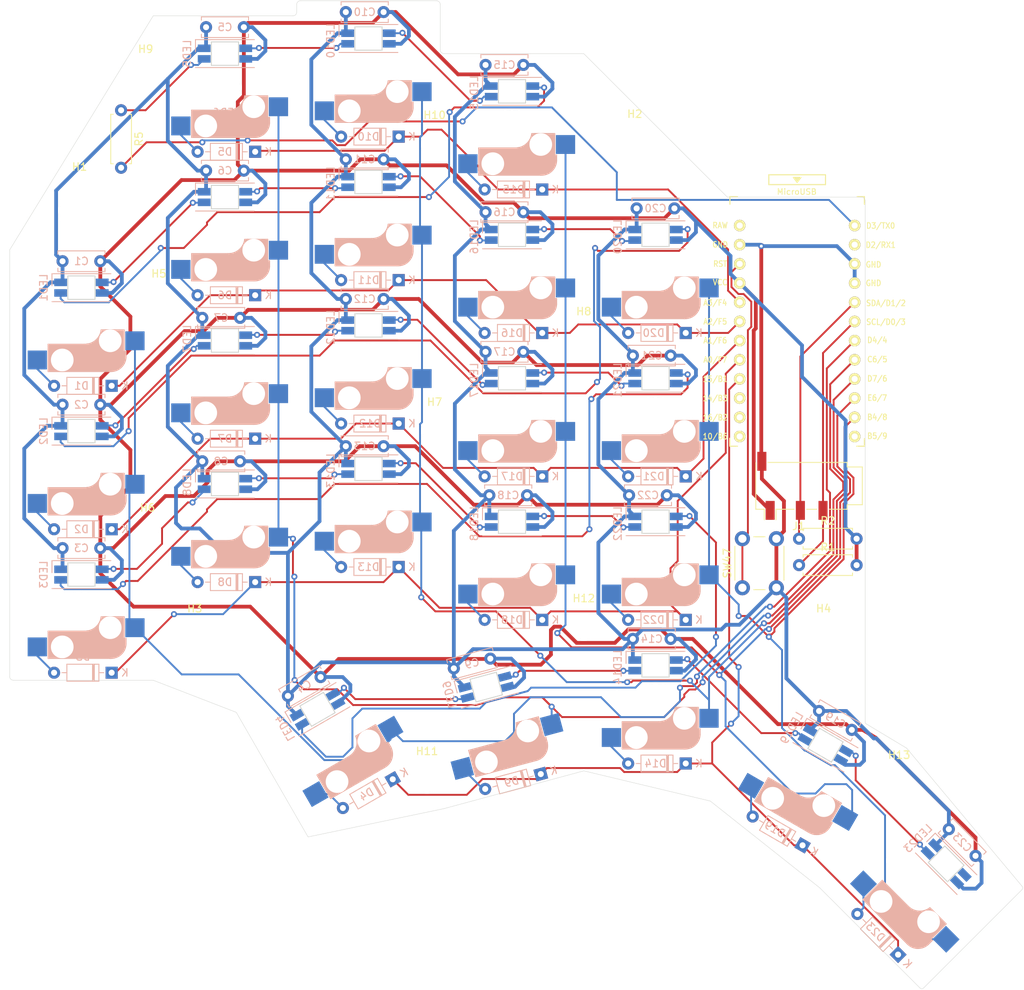
<source format=kicad_pcb>
(kicad_pcb (version 20210722) (generator pcbnew)
  (layers (0 "F.Cu" signal) (31 "B.Cu" signal) (34 "B.Paste" user) (35 "F.Paste" user) (36 "B.SilkS" user "B.Silkscreen") (37 "F.SilkS" user "F.Silkscreen") (38 "B.Mask" user) (39 "F.Mask" user) (44 "Edge.Cuts" user))
  (net 0 "")
  (net 1 "GND")
  (net 2 "+5V")
  (net 3 "Net-(D1-Pad2)")
  (net 4 "/lrow1")
  (net 5 "Net-(D2-Pad2)")
  (net 6 "/lrow2")
  (net 7 "Net-(D3-Pad2)")
  (net 8 "/lrow3")
  (net 9 "Net-(D4-Pad2)")
  (net 10 "/lrow4")
  (net 11 "Net-(D5-Pad2)")
  (net 12 "/lrow0")
  (net 13 "Net-(D6-Pad2)")
  (net 14 "Net-(D7-Pad2)")
  (net 15 "Net-(D8-Pad2)")
  (net 16 "Net-(D9-Pad2)")
  (net 17 "Net-(D10-Pad2)")
  (net 18 "Net-(D11-Pad2)")
  (net 19 "Net-(D12-Pad2)")
  (net 20 "Net-(D13-Pad2)")
  (net 21 "Net-(D14-Pad2)")
  (net 22 "Net-(D15-Pad2)")
  (net 23 "Net-(D16-Pad2)")
  (net 24 "Net-(D17-Pad2)")
  (net 25 "Net-(D18-Pad2)")
  (net 26 "Net-(D19-Pad2)")
  (net 27 "Net-(D20-Pad2)")
  (net 28 "Net-(D21-Pad2)")
  (net 29 "Net-(D22-Pad2)")
  (net 30 "Net-(D23-Pad2)")
  (net 31 "Net-(LED1-Pad2)")
  (net 32 "Net-(LED1-Pad4)")
  (net 33 "Net-(LED2-Pad2)")
  (net 34 "Net-(LED2-Pad4)")
  (net 35 "Net-(LED3-Pad2)")
  (net 36 "Net-(LED4-Pad2)")
  (net 37 "Net-(LED22-Pad2)")
  (net 38 "Net-(LED10-Pad4)")
  (net 39 "/lLED")
  (net 40 "Net-(LED11-Pad4)")
  (net 41 "Net-(LED12-Pad4)")
  (net 42 "Net-(LED13-Pad4)")
  (net 43 "Net-(LED14-Pad4)")
  (net 44 "Net-(LED10-Pad2)")
  (net 45 "Net-(LED11-Pad2)")
  (net 46 "Net-(LED12-Pad2)")
  (net 47 "Net-(LED13-Pad2)")
  (net 48 "Net-(LED14-Pad2)")
  (net 49 "Net-(LED16-Pad2)")
  (net 50 "Net-(LED17-Pad2)")
  (net 51 "Net-(LED18-Pad2)")
  (net 52 "Net-(LED19-Pad2)")
  (net 53 "/lSDA")
  (net 54 "/lSCL")
  (net 55 "/lcol0")
  (net 56 "/lcol1")
  (net 57 "/lcol2")
  (net 58 "/lcol3")
  (net 59 "/lcol4")
  (net 60 "/lRST")
  (net 61 "Net-(U1-Pad24)")
  (net 62 "Net-(U1-Pad15)")
  (net 63 "Net-(U1-Pad14)")
  (net 64 "Net-(U1-Pad13)")
  (net 65 "Net-(U1-Pad12)")
  (net 66 "Net-(U1-Pad2)")
  (net 67 "Net-(LED21-Pad2)")
  (net 68 "Net-(LED5-Pad4)")
  (net 69 "Net-(LED23-Pad2)")
  (footprint "kbd:CherryMX_Hotswap" (layer "F.Cu") (at 100.5 72.25 180)
    (fp_text reference "SW21" hide)
    (fp_text value "SW_Push" hide)
  )
  (footprint "Resistor_THT:R_Axial_DIN0207_L6.3mm_D2.5mm_P7.62mm_Horizontal" (layer "F.Cu") (at 119.5 92.5)
    (fp_text reference "R1")
    (fp_text value "10k")
  )
  (footprint "MountingHole:MountingHole_3.2mm_M3_ISO7380" (layer "F.Cu") (at 91 100.75)
    (fp_text reference "H12")
    (fp_text value "MountingHole")
  )
  (footprint "kbd:CherryMX_Hotswap" (layer "F.Cu") (at 81.5 91.25 180)
    (fp_text reference "SW18" hide)
    (fp_text value "SW_Push" hide)
  )
  (footprint "Button_Switch_THT:SW_PUSH_6mm_H7.3mm" (layer "F.Cu") (at 112 95.5 90)
    (fp_text reference "SW47")
    (fp_text value "SW_Push")
  )
  (footprint "kbd:CherryMX_Hotswap" (layer "F.Cu") (at 43.5 86.25 180)
    (fp_text reference "SW8" hide)
    (fp_text value "SW_Push" hide)
  )
  (footprint "kbd:CherryMX_Hotswap" (layer "F.Cu") (at 100.5 110.25 180)
    (fp_text reference "SW14" hide)
    (fp_text value "SW_Push" hide)
  )
  (footprint "kbd:CherryMX_Hotswap" (layer "F.Cu") (at 79.25 113 -165)
    (fp_text reference "SW9" hide)
    (fp_text value "SW_Push" hide)
  )
  (footprint "kbd:CherryMX_Hotswap" (layer "F.Cu") (at 62.5 46.25 180)
    (fp_text reference "SW11" hide)
    (fp_text value "SW_Push" hide)
  )
  (footprint "MountingHole:MountingHole_3.2mm_M3_ISO7380" (layer "F.Cu") (at 70.25 121)
    (fp_text reference "H11")
    (fp_text value "MountingHole")
  )
  (footprint "kbd:CherryMX_Hotswap" (layer "F.Cu") (at 120.75 120.25 150)
    (fp_text reference "SW19" hide)
    (fp_text value "SW_Push" hide)
  )
  (footprint "kbd:CherryMX_Hotswap" (layer "F.Cu") (at 81.5 72.25 180)
    (fp_text reference "SW17" hide)
    (fp_text value "SW_Push" hide)
  )
  (footprint "kbd:CherryMX_Hotswap" (layer "F.Cu") (at 43.5 29.25 180)
    (fp_text reference "SW5" hide)
    (fp_text value "SW_Push" hide)
  )
  (footprint "MountingHole:MountingHole_3.2mm_M3_ISO7380" (layer "F.Cu") (at 91 62.75)
    (fp_text reference "H8")
    (fp_text value "MountingHole")
  )
  (footprint "MountingHole:MountingHole_5.3mm_M5_ISO7380" (layer "F.Cu") (at 24.25 45.5)
    (fp_text reference "H1")
    (fp_text value "MountingHole")
  )
  (footprint "kbd:CherryMX_Hotswap" (layer "F.Cu") (at 58 115.501854 -150)
    (fp_text reference "SW4" hide)
    (fp_text value "SW_Push" hide)
  )
  (footprint "kbd:CherryMX_Hotswap" (layer "F.Cu") (at 81.5 34.25 180)
    (fp_text reference "SW15" hide)
    (fp_text value "SW_Push" hide)
  )
  (footprint "MountingHole:MountingHole_3.2mm_M3_ISO7380" (layer "F.Cu") (at 71.25 74.75)
    (fp_text reference "H7")
    (fp_text value "MountingHole")
  )
  (footprint "Connector_Audio:Jack_3.5mm_PJ320D_Horizontal" (layer "F.Cu") (at 119.5 82 180)
    (fp_text reference "J1")
    (fp_text value "AudioJack4")
  )
  (footprint "MountingHole:MountingHole_3.2mm_M3_ISO7380" (layer "F.Cu") (at 71.25 36.75)
    (fp_text reference "H10")
    (fp_text value "MountingHole")
  )
  (footprint "MountingHole:MountingHole_3.2mm_M3_ISO7380" (layer "F.Cu") (at 33.25 88.75)
    (fp_text reference "H6")
    (fp_text value "MountingHole")
  )
  (footprint "kbd:CherryMX_Hotswap" (layer "F.Cu") (at 62.5 65.25 180)
    (fp_text reference "SW12" hide)
    (fp_text value "SW_Push" hide)
  )
  (footprint "kbd:CherryMX_Hotswap" (layer "F.Cu") (at 43.5 48.25 180)
    (fp_text reference "SW6" hide)
    (fp_text value "SW_Push" hide)
  )
  (footprint "MountingHole:MountingHole_3.2mm_M3_ISO7380" (layer "F.Cu") (at 132.75 121.5)
    (fp_text reference "H13")
    (fp_text value "MountingHole")
  )
  (footprint "Resistor_THT:R_Axial_DIN0207_L6.3mm_D2.5mm_P7.62mm_Horizontal" (layer "F.Cu") (at 119.5 89)
    (fp_text reference "R2")
    (fp_text value "10k")
  )
  (footprint "MountingHole:MountingHole_5.3mm_M5_ISO7380" (layer "F.Cu") (at 97.75 38.5)
    (fp_text reference "H2")
    (fp_text value "MountingHole")
  )
  (footprint "kbd:ProMicro_v3.5" (layer "F.Cu") (at 119.25 62)
    (fp_text reference "U1" hide)
    (fp_text value "ProMicro" hide)
  )
  (footprint "MountingHole:MountingHole_5.3mm_M5_ISO7380" (layer "F.Cu") (at 39.5 104)
    (fp_text reference "H3")
    (fp_text value "MountingHole")
  )
  (footprint "kbd:CherryMX_Hotswap" (layer "F.Cu") (at 135.75 135.25 135)
    (fp_text reference "SW23" hide)
    (fp_text value "SW_Push" hide)
  )
  (footprint "kbd:CherryMX_Hotswap" (layer "F.Cu") (at 62.5 84.25 180)
    (fp_text reference "SW13" hide)
    (fp_text value "SW_Push" hide)
  )
  (footprint "Resistor_THT:R_Axial_DIN0207_L6.3mm_D2.5mm_P7.62mm_Horizontal" (layer "F.Cu") (at 29.75 32.25 -90)
    (fp_text reference "R5")
    (fp_text value "1k")
  )
  (footprint "kbd:CherryMX_Hotswap" (layer "F.Cu") (at 43.5 67.25 180)
    (fp_text reference "SW7" hide)
    (fp_text value "SW_Push" hide)
  )
  (footprint "kbd:CherryMX_Hotswap" (layer "F.Cu") (at 100.5 53.25 180)
    (fp_text reference "SW20" hide)
    (fp_text value "SW_Push" hide)
  )
  (footprint "kbd:CherryMX_Hotswap" (layer "F.Cu") (at 24.5 60.25 180)
    (fp_text reference "SW1" hide)
    (fp_text value "SW_Push" hide)
  )
  (footprint "kbd:CherryMX_Hotswap" (layer "F.Cu") (at 24.5 79.25 180)
    (fp_text reference "SW2" hide)
    (fp_text value "SW_Push" hide)
  )
  (footprint "MountingHole:MountingHole_3.2mm_M3_ISO7380" (layer "F.Cu") (at 33 28)
    (fp_text reference "H9")
    (fp_text value "MountingHole")
  )
  (footprint "kbd:CherryMX_Hotswap" (layer "F.Cu") (at 81.5 53.25 180)
    (fp_text reference "SW16" hide)
    (fp_text value "SW_Push" hide)
  )
  (footprint "kbd:CherryMX_Hotswap" (layer "F.Cu") (at 100.5 91.25 180)
    (fp_text reference "SW22" hide)
    (fp_text value "SW_Push" hide)
  )
  (footprint "MountingHole:MountingHole_3.2mm_M3_ISO7380" (layer "F.Cu") (at 34.75 57.75)
    (fp_text reference "H5")
    (fp_text value "MountingHole")
  )
  (footprint "kbd:CherryMX_Hotswap" (layer "F.Cu") (at 24.5 98.25 180)
    (fp_text reference "SW3" hide)
    (fp_text value "SW_Push" hide)
  )
  (footprint "MountingHole:MountingHole_5.3mm_M5_ISO7380" (layer "F.Cu") (at 122.75 104)
    (fp_text reference "H4")
    (fp_text value "MountingHole")
  )
  (footprint "kbd:CherryMX_Hotswap" (layer "F.Cu") (at 62.5 27.25 180)
    (fp_text reference "SW10" hide)
    (fp_text value "SW_Push" hide)
  )
  (footprint "Capacitor_THT:C_Disc_D6.0mm_W2.5mm_P5.00mm" (layer "B.Cu") (at 46 40.25 180)
    (fp_text reference "C6")
    (fp_text value "0.1uF")
  )
  (footprint "Diode_THT:D_DO-35_SOD27_P7.62mm_Horizontal" (layer "B.Cu") (at 104.5 80.75 180)
    (fp_text reference "D21")
    (fp_text value "1N4148")
  )
  (footprint "Diode_THT:D_DO-35_SOD27_P7.62mm_Horizontal" (layer "B.Cu") (at 66.5 92.75 180)
    (fp_text reference "D13")
    (fp_text value "1N4148")
  )
  (footprint "Capacitor_THT:C_Disc_D6.0mm_W2.5mm_P5.00mm" (layer "B.Cu") (at 56.165064 107.32365 -150)
    (fp_text reference "C4")
    (fp_text value "0.1uF")
  )
  (footprint "kbd:YS-SK6812MINI-E" (layer "B.Cu") (at 43.5 24.75)
    (fp_text reference "LED5")
    (fp_text value "YS-SK6812MINI-E")
    (fp_line (start 1.8 -1.55) (end 1.8 1.55) (layer "Edge.Cuts") (width 0.12))
    (fp_line (start -1.8 1.55) (end -1.8 -1.55) (layer "Edge.Cuts") (width 0.12))
    (fp_line (start 1.8 1.55) (end -1.8 1.55) (layer "Edge.Cuts") (width 0.12))
    (fp_line (start -1.8 -1.55) (end 1.8 -1.55) (layer "Edge.Cuts") (width 0.12))
  )
  (footprint "Capacitor_THT:C_Disc_D6.0mm_W2.5mm_P5.00mm" (layer "B.Cu") (at 64.5 19.25 180)
    (fp_text reference "C10")
    (fp_text value "0.1uF")
  )
  (footprint "Diode_THT:D_DO-35_SOD27_P7.62mm_Horizontal" (layer "B.Cu") (at 65.714102 120.86307 -150)
    (fp_text reference "D4")
    (fp_text value "1N4148")
  )
  (footprint "Capacitor_THT:C_Disc_D6.0mm_W2.5mm_P5.00mm" (layer "B.Cu") (at 102.500001 102.274474 180)
    (fp_text reference "C14")
    (fp_text value "0.1uF")
  )
  (footprint "kbd:YS-SK6812MINI-E" (layer "B.Cu") (at 43.5 43.75)
    (fp_text reference "LED6")
    (fp_text value "YS-SK6812MINI-E")
    (fp_line (start -1.8 -1.55) (end 1.8 -1.55) (layer "Edge.Cuts") (width 0.12))
    (fp_line (start 1.8 -1.55) (end 1.8 1.55) (layer "Edge.Cuts") (width 0.12))
    (fp_line (start 1.8 1.55) (end -1.8 1.55) (layer "Edge.Cuts") (width 0.12))
    (fp_line (start -1.8 1.55) (end -1.8 -1.55) (layer "Edge.Cuts") (width 0.12))
  )
  (footprint "kbd:YS-SK6812MINI-E" (layer "B.Cu") (at 100.5 67.75)
    (fp_text reference "LED21")
    (fp_text value "YS-SK6812MINI-E")
    (fp_line (start -1.8 1.55) (end -1.8 -1.55) (layer "Edge.Cuts") (width 0.12))
    (fp_line (start 1.8 -1.55) (end 1.8 1.55) (layer "Edge.Cuts") (width 0.12))
    (fp_line (start 1.8 1.55) (end -1.8 1.55) (layer "Edge.Cuts") (width 0.12))
    (fp_line (start -1.8 -1.55) (end 1.8 -1.55) (layer "Edge.Cuts") (width 0.12))
  )
  (footprint "Capacitor_THT:C_Disc_D6.0mm_W2.5mm_P5.00mm" (layer "B.Cu") (at 64.5 76.75 180)
    (fp_text reference "C13")
    (fp_text value "0.1uF")
  )
  (footprint "Capacitor_THT:C_Disc_D6.0mm_W2.5mm_P5.00mm" (layer "B.Cu") (at 78.628337 104.884364 -165)
    (fp_text reference "C9")
    (fp_text value "0.1uF")
  )
  (footprint "Capacitor_THT:C_Disc_D6.0mm_W2.5mm_P5.00mm" (layer "B.Cu") (at 142.864332 131.00736 135)
    (fp_text reference "C23")
    (fp_text value "0.1uF")
  )
  (footprint "Capacitor_THT:C_Disc_D6.0mm_W2.5mm_P5.00mm" (layer "B.Cu") (at 45.5 78.75 180)
    (fp_text reference "C8")
    (fp_text value "0.1uF")
  )
  (footprint "Diode_THT:D_DO-35_SOD27_P7.62mm_Horizontal" (layer "B.Cu") (at 47.5 94.75 180)
    (fp_text reference "D8")
    (fp_text value "1N4148")
  )
  (footprint "kbd:YS-SK6812MINI-E" (layer "B.Cu") (at 62.5 41.75)
    (fp_text reference "LED11")
    (fp_text value "YS-SK6812MINI-E")
    (fp_line (start 1.8 1.55) (end -1.8 1.55) (layer "Edge.Cuts") (width 0.12))
    (fp_line (start 1.8 -1.55) (end 1.8 1.55) (layer "Edge.Cuts") (width 0.12))
    (fp_line (start -1.8 -1.55) (end 1.8 -1.55) (layer "Edge.Cuts") (width 0.12))
    (fp_line (start -1.8 1.55) (end -1.8 -1.55) (layer "Edge.Cuts") (width 0.12))
  )
  (footprint "Diode_THT:D_DO-35_SOD27_P7.62mm_Horizontal" (layer "B.Cu") (at 47.5 56.75 180)
    (fp_text reference "D6")
    (fp_text value "1N4148")
  )
  (footprint "Capacitor_THT:C_Disc_D6.0mm_W2.5mm_P5.00mm" (layer "B.Cu") (at 102.5 64.75 180)
    (fp_text reference "C21")
    (fp_text value "0.1uF")
  )
  (footprint "Diode_THT:D_DO-35_SOD27_P7.62mm_Horizontal" (layer "B.Cu") (at 132.611284 144.088835 135)
    (fp_text reference "D23")
    (fp_text value "1N4148")
  )
  (footprint "Capacitor_THT:C_Disc_D6.0mm_W2.5mm_P5.00mm" (layer "B.Cu") (at 64.5 57.25 180)
    (fp_text reference "C12")
    (fp_text value "0.1uF")
  )
  (footprint "kbd:YS-SK6812MINI-E" (layer "B.Cu") (at 78.085315 108.653333 15)
    (fp_text reference "LED9")
    (fp_text value "YS-SK6812MINI-E")
    (fp_line (start -1.8 -1.55) (end 1.8 -1.55) (layer "Edge.Cuts") (width 0.12))
    (fp_line (start -1.8 1.55) (end -1.8 -1.55) (layer "Edge.Cuts") (width 0.12))
    (fp_line (start 1.8 -1.55) (end 1.8 1.55) (layer "Edge.Cuts") (width 0.12))
    (fp_line (start 1.8 1.55) (end -1.8 1.55) (layer "Edge.Cuts") (width 0.12))
  )
  (footprint "kbd:YS-SK6812MINI-E" (layer "B.Cu") (at 24.5 74.75)
    (fp_text reference "LED2")
    (fp_text value "YS-SK6812MINI-E")
    (fp_line (start 1.8 1.55) (end -1.8 1.55) (layer "Edge.Cuts") (width 0.12))
    (fp_line (start 1.8 -1.55) (end 1.8 1.55) (layer "Edge.Cuts") (width 0.12))
    (fp_line (start -1.8 1.55) (end -1.8 -1.55) (layer "Edge.Cuts") (width 0.12))
    (fp_line (start -1.8 -1.55) (end 1.8 -1.55) (layer "Edge.Cuts") (width 0.12))
  )
  (footprint "Diode_THT:D_DO-35_SOD27_P7.62mm_Horizontal" (layer "B.Cu") (at 28.5 87.75 180)
    (fp_text reference "D2")
    (fp_text value "1N4148")
  )
  (footprint "Capacitor_THT:C_Disc_D6.0mm_W2.5mm_P5.00mm" (layer "B.Cu") (at 45.5 59.75 180)
    (fp_text reference "C7")
    (fp_text value "0.1uF")
  )
  (footprint "Diode_THT:D_DO-35_SOD27_P7.62mm_Horizontal" (layer "B.Cu") (at 28.5 106.75 180)
    (fp_text reference "D3")
    (fp_text value "1N4148")
  )
  (footprint "Capacitor_THT:C_Disc_D6.0mm_W2.5mm_P5.00mm" (layer "B.Cu") (at 83 45.75 180)
    (fp_text reference "C16")
    (fp_text value "0.1uF")
  )
  (footprint "Diode_THT:D_DO-35_SOD27_P7.62mm_Horizontal" (layer "B.Cu") (at 66.5 35.75 180)
    (fp_text reference "D10")
    (fp_text value "1N4148")
  )
  (footprint "kbd:YS-SK6812MINI-E" (layer "B.Cu") (at 24.5 93.75)
    (fp_text reference "LED3")
    (fp_text value "YS-SK6812MINI-E")
    (fp_line (start 1.8 1.55) (end -1.8 1.55) (layer "Edge.Cuts") (width 0.12))
    (fp_line (start -1.8 -1.55) (end 1.8 -1.55) (layer "Edge.Cuts") (width 0.12))
    (fp_line (start 1.8 -1.55) (end 1.8 1.55) (layer "Edge.Cuts") (width 0.12))
    (fp_line (start -1.8 1.55) (end -1.8 -1.55) (layer "Edge.Cuts") (width 0.12))
  )
  (footprint "Capacitor_THT:C_Disc_D6.0mm_W2.5mm_P5.00mm" (layer "B.Cu") (at 27 52.25 180)
    (fp_text reference "C1")
    (fp_text value "0.1uF")
  )
  (footprint "kbd:YS-SK6812MINI-E" (layer "B.Cu") (at 62.5 22.75)
    (fp_text reference "LED10")
    (fp_text value "YS-SK6812MINI-E")
    (fp_line (start -1.8 1.55) (end -1.8 -1.55) (layer "Edge.Cuts") (width 0.12))
    (fp_line (start -1.8 -1.55) (end 1.8 -1.55) (layer "Edge.Cuts") (width 0.12))
    (fp_line (start 1.8 1.55) (end -1.8 1.55) (layer "Edge.Cuts") (width 0.12))
    (fp_line (start 1.8 -1.55) (end 1.8 1.55) (layer "Edge.Cuts") (width 0.12))
  )
  (footprint "Capacitor_THT:C_Disc_D6.0mm_W2.5mm_P5.00mm" (layer "B.Cu") (at 27 71.25 180)
    (fp_text reference "C2")
    (fp_text value "0.1uF")
  )
  (footprint "Capacitor_THT:C_Disc_D6.0mm_W2.5mm_P5.00mm" (layer "B.Cu") (at 126.482052 114.321797 150)
    (fp_text reference "C19")
    (fp_text value "0.1uF")
  )
  (footprint "kbd:YS-SK6812MINI-E" (layer "B.Cu") (at 24.5 55.75)
    (fp_text reference "LED1")
    (fp_text value "YS-SK6812MINI-E")
    (fp_line (start 1.8 -1.55) (end 1.8 1.55) (layer "Edge.Cuts") (width 0.12))
    (fp_line (start -1.8 1.55) (end -1.8 -1.55) (layer "Edge.Cuts") (width 0.12))
    (fp_line (start 1.8 1.55) (end -1.8 1.55) (layer "Edge.Cuts") (width 0.12))
    (fp_line (start -1.8 -1.55) (end 1.8 -1.55) (layer "Edge.Cuts") (width 0.12))
  )
  (footprint "Capacitor_THT:C_Disc_D6.0mm_W2.5mm_P5.00mm" (layer "B.Cu") (at 83.5 83.25 180)
    (fp_text reference "C18")
    (fp_text value "0.1uF")
  )
  (footprint "kbd:YS-SK6812MINI-E" (layer "B.Cu") (at 55.75 111.604739 30)
    (fp_text reference "LED4")
    (fp_text value "YS-SK6812MINI-E")
    (fp_line (start -1.8 1.55) (end -1.8 -1.55) (layer "Edge.Cuts") (width 0.12))
    (fp_line (start 1.8 1.55) (end -1.8 1.55) (layer "Edge.Cuts") (width 0.12))
    (fp_line (start 1.8 -1.55) (end 1.8 1.55) (layer "Edge.Cuts") (width 0.12))
    (fp_line (start -1.8 -1.55) (end 1.8 -1.55) (layer "Edge.Cuts") (width 0.12))
  )
  (footprint "Capacitor_THT:C_Disc_D6.0mm_W2.5mm_P5.00mm" (layer "B.Cu") (at 83 64.25 180)
    (fp_text reference "C17")
    (fp_text value "0.1uF")
  )
  (footprint "Diode_THT:D_DO-35_SOD27_P7.62mm_Horizontal" (layer "B.Cu") (at 47.5 37.75 180)
    (fp_text reference "D5")
    (fp_text value "1N4148")
  )
  (footprint "Capacitor_THT:C_Disc_D6.0mm_W2.5mm_P5.00mm" (layer "B.Cu") (at 27 90.25 180)
    (fp_text reference "C3")
    (fp_text value "0.1uF")
  )
  (footprint "Diode_THT:D_DO-35_SOD27_P7.62mm_Horizontal" (layer "B.Cu") (at 66.5 73.75 180)
    (fp_text reference "D12")
    (fp_text value "1N4148")
  )
  (footprint "Capacitor_THT:C_Disc_D6.0mm_W2.5mm_P5.00mm" (layer "B.Cu") (at 64.5 38.75 180)
    (fp_text reference "C11")
    (fp_text value "0.1uF")
  )
  (footprint "kbd:YS-SK6812MINI-E" (layer "B.Cu") (at 138.975245 132.06802 -45)
    (fp_text reference "LED23")
    (fp_text value "YS-SK6812MINI-E")
    (fp_line (start 1.8 -1.55) (end 1.8 1.55) (layer "Edge.Cuts") (width 0.12))
    (fp_line (start -1.8 1.55) (end -1.8 -1.55) (layer "Edge.Cuts") (width 0.12))
    (fp_line (start 1.8 1.55) (end -1.8 1.55) (layer "Edge.Cuts") (width 0.12))
    (fp_line (start -1.8 -1.55) (end 1.8 -1.55) (layer "Edge.Cuts") (width 0.12))
  )
  (footprint "Diode_THT:D_DO-35_SOD27_P7.62mm_Horizontal" (layer "B.Cu") (at 104.5 61.75 180)
    (fp_text reference "D20")
    (fp_text value "1N4148")
  )
  (footprint "Capacitor_THT:C_Disc_D6.0mm_W2.5mm_P5.00mm" (layer "B.Cu") (at 46 21.25 180)
    (fp_text reference "C5")
    (fp_text value "0.1uF")
  )
  (footprint "Diode_THT:D_DO-35_SOD27_P7.62mm_Horizontal" (layer "B.Cu") (at 85.313666 120.175093 -165)
    (fp_text reference "D9")
    (fp_text value "1N4148")
  )
  (footprint "Diode_THT:D_DO-35_SOD27_P7.62mm_Horizontal" (layer "B.Cu") (at 85.5 99.75 180)
    (fp_text reference "D18")
    (fp_text value "1N4148")
  )
  (footprint "Diode_THT:D_DO-35_SOD27_P7.62mm_Horizontal" (layer "B.Cu") (at 85.5 80.75 180)
    (fp_text reference "D17")
    (fp_text value "1N4148")
  )
  (footprint "kbd:YS-SK6812MINI-E" (layer "B.Cu") (at 62.5 60.75)
    (fp_text reference "LED12")
    (fp_text value "YS-SK6812MINI-E")
    (fp_line (start 1.8 -1.55) (end 1.8 1.55) (layer "Edge.Cuts") (width 0.12))
    (fp_line (start -1.8 1.55) (end -1.8 -1.55) (layer "Edge.Cuts") (width 0.12))
    (fp_line (start -1.8 -1.55) (end 1.8 -1.55) (layer "Edge.Cuts") (width 0.12))
    (fp_line (start 1.8 1.55) (end -1.8 1.55) (layer "Edge.Cuts") (width 0.12))
  )
  (footprint "Diode_THT:D_DO-35_SOD27_P7.62mm_Horizontal" (layer "B.Cu") (at 85.5 42.75 180)
    (fp_text reference "D15")
    (fp_text value "1N4148")
  )
  (footprint "kbd:YS-SK6812MINI-E" (layer "B.Cu") (at 100.5 86.75)
    (fp_text reference "LED22")
    (fp_text value "YS-SK6812MINI-E")
    (fp_line (start 1.8 -1.55) (end 1.8 1.55) (layer "Edge.Cuts") (width 0.12))
    (fp_line (start -1.8 -1.55) (end 1.8 -1.55) (layer "Edge.Cuts") (width 0.12))
    (fp_line (start 1.8 1.55) (end -1.8 1.55) (layer "Edge.Cuts") (width 0.12))
    (fp_line (start -1.8 1.55) (end -1.8 -1.55) (layer "Edge.Cuts") (width 0.12))
  )
  (footprint "kbd:YS-SK6812MINI-E" (layer "B.Cu") (at 43.5 62.75)
    (fp_text reference "LED7")
    (fp_text value "YS-SK6812MINI-E")
    (fp_line (start 1.8 1.55) (end -1.8 1.55) (layer "Edge.Cuts") (width 0.12))
    (fp_line (start 1.8 -1.55) (end 1.8 1.55) (layer "Edge.Cuts") (width 0.12))
    (fp_line (start -1.8 1.55) (end -1.8 -1.55) (layer "Edge.Cuts") (width 0.12))
    (fp_line (start -1.8 -1.55) (end 1.8 -1.55) (layer "Edge.Cuts") (width 0.12))
  )
  (footprint "kbd:YS-SK6812MINI-E" (layer "B.Cu") (at 100.500001 105.774474)
    (fp_text reference "LED14")
    (fp_text value "YS-SK6812MINI-E")
    (fp_line (start -1.8 1.55) (end -1.8 -1.55) (layer "Edge.Cuts") (width 0.12))
    (fp_line (start 1.8 1.55) (end -1.8 1.55) (layer "Edge.Cuts") (width 0.12))
    (fp_line (start -1.8 -1.55) (end 1.8 -1.55) (layer "Edge.Cuts") (width 0.12))
    (fp_line (start 1.8 -1.55) (end 1.8 1.55) (layer "Edge.Cuts") (width 0.12))
  )
  (footprint "Capacitor_THT:C_Disc_D6.0mm_W2.5mm_P5.00mm" (layer "B.Cu") (at 103 45.25 180)
    (fp_text reference "C20")
    (fp_text value "0.1uF")
  )
  (footprint "kbd:YS-SK6812MINI-E" (layer "B.Cu") (at 81.5 86.75)
    (fp_text reference "LED18")
    (fp_text value "YS-SK6812MINI-E")
    (fp_line (start 1.8 1.55) (end -1.8 1.55) (layer "Edge.Cuts") (width 0.12))
    (fp_line (start 1.8 -1.55) (end 1.8 1.55) (layer "Edge.Cuts") (width 0.12))
    (fp_line (start -1.8 1.55) (end -1.8 -1.55) (layer "Edge.Cuts") (width 0.12))
    (fp_line (start -1.8 -1.55) (end 1.8 -1.55) (layer "Edge.Cuts") (width 0.12))
  )
  (footprint "kbd:YS-SK6812MINI-E" (layer "B.Cu") (at 43.5 81.75)
    (fp_text reference "LED8")
    (fp_text value "YS-SK6812MINI-E")
    (fp_line (start 1.8 1.55) (end -1.8 1.55) (layer "Edge.Cuts") (width 0.12))
    (fp_line (start 1.8 -1.55) (end 1.8 1.55) (layer "Edge.Cuts") (width 0.12))
    (fp_line (start -1.8 1.55) (end -1.8 -1.55) (layer "Edge.Cuts") (width 0.12))
    (fp_line (start -1.8 -1.55) (end 1.8 -1.55) (layer "Edge.Cuts") (width 0.12))
  )
  (footprint "kbd:YS-SK6812MINI-E" (layer "B.Cu") (at 123.000001 116.352886 -30)
    (fp_text reference "LED19")
    (fp_text value "YS-SK6812MINI-E")
    (fp_line (start 1.8 1.55) (end -1.8 1.55) (layer "Edge.Cuts") (width 0.12))
    (fp_line (start -1.8 -1.55) (end 1.8 -1.55) (layer "Edge.Cuts") (width 0.12))
    (fp_line (start -1.8 1.55) (end -1.8 -1.55) (layer "Edge.Cuts") (width 0.12))
    (fp_line (start 1.8 -1.55) (end 1.8 1.55) (layer "Edge.Cuts") (width 0.12))
  )
  (footprint "Diode_THT:D_DO-35_SOD27_P7.62mm_Horizontal" (layer "B.Cu") (at 104.5 99.75 180)
    (fp_text reference "D22")
    (fp_text value "1N4148")
  )
  (footprint "Diode_THT:D_DO-35_SOD27_P7.62mm_Horizontal" (layer "B.Cu") (at 104.500001 118.774474 180)
    (fp_text reference "D14")
    (fp_text value "1N4148")
  )
  (footprint "kbd:YS-SK6812MINI-E" (layer "B.Cu") (at 81.5 67.75)
    (fp_text reference "LED17")
    (fp_text value "YS-SK6812MINI-E")
    (fp_line (start -1.8 1.55) (end -1.8 -1.55) (layer "Edge.Cuts") (width 0.12))
    (fp_line (start 1.8 1.55) (end -1.8 1.55) (layer "Edge.Cuts") (width 0.12))
    (fp_line (start -1.8 -1.55) (end 1.8 -1.55) (layer "Edge.Cuts") (width 0.12))
    (fp_line (start 1.8 -1.55) (end 1.8 1.55) (layer "Edge.Cuts") (width 0.12))
  )
  (footprint "Diode_THT:D_DO-35_SOD27_P7.62mm_Horizontal" (layer "B.Cu") (at 66.5 54.75 180)
    (fp_text reference "D11")
    (fp_text value "1N4148")
  )
  (footprint "Diode_THT:D_DO-35_SOD27_P7.62mm_Horizontal" (layer "B.Cu") (at 47.5 75.75 180)
    (fp_text reference "D7")
    (fp_text value "1N4148")
  )
  (footprint "Diode_THT:D_DO-35_SOD27_P7.62mm_Horizontal" (layer "B.Cu") (at 28.5 68.75 180)
    (fp_text reference "D1")
    (fp_text value "1N4148")
  )
  (footprint "Diode_THT:D_DO-35_SOD27_P7.62mm_Horizontal" (layer "B.Cu") (at 85.5 61.75 180)
    (fp_text reference "D16")
    (fp_text value "1N4148")
  )
  (footprint "Diode_THT:D_DO-35_SOD27_P7.62mm_Horizontal" (layer "B.Cu") (at 119.964103 129.611216 150)
    (fp_text reference "D19")
    (fp_text value "1N4148")
  )
  (footprint "kbd:YS-SK6812MINI-E" (layer "B.Cu") (at 81.5 48.75)
    (fp_text reference "LED16")
    (fp_text value "YS-SK6812MINI-E")
    (fp_line (start -1.8 1.55) (end -1.8 -1.55) (layer "Edge.Cuts") (width 0.12))
    (fp_line (start -1.8 -1.55) (end 1.8 -1.55) (layer "Edge.Cuts") (width 0.12))
    (fp_line (start 1.8 1.55) (end -1.8 1.55) (layer "Edge.Cuts") (width 0.12))
    (fp_line (start 1.8 -1.55) (end 1.8 1.55) (layer "Edge.Cuts") (width 0.12))
  )
  (footprint "kbd:YS-SK6812MINI-E" (layer "B.Cu") (at 62.5 79.75)
    (fp_text reference "LED13")
    (fp_text value "YS-SK6812MINI-E")
    (fp_line (start -1.8 1.55) (end -1.8 -1.55) (layer "Edge.Cuts") (width 0.12))
    (fp_line (start -1.8 -1.55) (end 1.8 -1.55) (layer "Edge.Cuts") (width 0.12))
    (fp_line (start 1.8 1.55) (end -1.8 1.55) (layer "Edge.Cuts") (width 0.12))
    (fp_line (start 1.8 -1.55) (end 1.8 1.55) (layer "Edge.Cuts") (width 0.12))
  )
  (footprint "Capacitor_THT:C_Disc_D6.0mm_W2.5mm_P5.00mm" (layer "B.Cu") (at 83 26.25 180)
    (fp_text reference "C15")
    (fp_text value "0.1uF")
  )
  (footprint "Capacitor_THT:C_Disc_D6.0mm_W2.5mm_P5.00mm" (layer "B.Cu") (at 102 83.25 180)
    (fp_text reference "C22")
    (fp_text value "0.1uF")
  )
  (footprint "kbd:YS-SK6812MINI-E" (layer "B.Cu") (at 81.5 29.75)
    (fp_text reference "LED15")
    (fp_text value "YS-SK6812MINI-E")
    (fp_line (start 1.8 1.55) (end -1.8 1.55) (layer "Edge.Cuts") (width 0.12))
    (fp_line (start -1.8 -1.55) (end 1.8 -1.55) (layer "Edge.Cuts") (width 0.12))
    (fp_line (start -1.8 1.55) (end -1.8 -1.55) (layer "Edge.Cuts") (width 0.12))
    (fp_line (start 1.8 -1.55) (end 1.8 1.55) (layer "Edge.Cuts") (width 0.12))
  )
  (footprint "kbd:YS-SK6812MINI-E" (layer "B.Cu") (at 100.5 48.75)
    (fp_text reference "LED20")
    (fp_text value "YS-SK6812MINI-E")
    (fp_line (start -1.8 -1.55) (end 1.8 -1.55) (layer "Edge.Cuts") (width 0.12))
    (fp_line (start -1.8 1.55) (end -1.8 -1.55) (layer "Edge.Cuts") (width 0.12))
    (fp_line (start 1.8 1.55) (end -1.8 1.55) (layer "Edge.Cuts") (width 0.12))
    (fp_line (start 1.8 -1.55) (end 1.8 1.55) (layer "Edge.Cuts") (width 0.12))
  )
  (gr_arc (start 148.75 135.25) (end 148.999999 135.499999) (angle -90) (layer "Edge.Cuts") (width 0.05))
  (gr_line (start 110 43.75) (end 91 24.75) (layer "Edge.Cuts") (width 0.05))
  (gr_line (start 45 112) (end 34 107.75) (layer "Edge.Cuts") (width 0.05))
  (gr_line (start 91 119.75) (end 72.5 124.75) (layer "Edge.Cuts") (width 0.05))
  (gr_line (start 122.25 135.25) (end 107.75 123.75) (layer "Edge.Cuts") (width 0.05))
  (gr_line (start 148.999999 135.499999) (end 135.999999 148.499999) (layer "Edge.Cuts") (width 0.05))
  (gr_arc (start 53.5 18.25) (end 53.5 17.75) (angle -90) (layer "Edge.Cuts") (width 0.05))
  (gr_line (start 53 19.25) (end 53 18.25) (layer "Edge.Cuts") (width 0.05))
  (gr_line (start 15 50.75) (end 34 19.75) (layer "Edge.Cuts") (width 0.05))
  (gr_line (start 107.75 123.75) (end 91 119.75) (layer "Edge.Cuts") (width 0.05))
  (gr_arc (start 128.75 113.25) (end 128.25 113.25) (angle -26.56505118) (layer "Edge.Cuts") (width 0.05))
  (gr_line (start 128.302786 113.473607) (end 133.75 116.75) (layer "Edge.Cuts") (width 0.05))
  (gr_line (start 135.500001 148.499999) (end 122.25 135.25) (layer "Edge.Cuts") (width 0.05))
  (gr_arc (start 135.75 148.25) (end 135.500001 148.499999) (angle -90) (layer "Edge.Cuts") (width 0.05))
  (gr_line (start 15 107.25) (end 15 50.75) (layer "Edge.Cuts") (width 0.05))
  (gr_line (start 54.5 128.5) (end 45 112) (layer "Edge.Cuts") (width 0.05))
  (gr_line (start 34 19.75) (end 52.5 19.75) (layer "Edge.Cuts") (width 0.05))
  (gr_arc (start 71.5 18.25) (end 72 18.25) (angle -90) (layer "Edge.Cuts") (width 0.05))
  (gr_line (start 53.5 17.75) (end 71.5 17.75) (layer "Edge.Cuts") (width 0.05))
  (gr_line (start 133.75 116.75) (end 148.999999 135.000001) (layer "Edge.Cuts") (width 0.05))
  (gr_arc (start 52.5 19.25) (end 52.5 19.75) (angle -90) (layer "Edge.Cuts") (width 0.05))
  (gr_arc (start 72.5 24.25) (end 72 24.25) (angle -90) (layer "Edge.Cuts") (width 0.05))
  (gr_line (start 110 43.75) (end 127.75 43.75) (layer "Edge.Cuts") (width 0.05))
  (gr_line (start 34 107.75) (end 15.5 107.75) (layer "Edge.Cuts") (width 0.05))
  (gr_arc (start 127.75 44.25) (end 128.25 44.25) (angle -90) (layer "Edge.Cuts") (width 0.05))
  (gr_arc (start 15.5 107.25) (end 15 107.25) (angle -90) (layer "Edge.Cuts") (width 0.05))
  (gr_line (start 72.5 24.75) (end 91 24.75) (layer "Edge.Cuts") (width 0.05))
  (gr_line (start 128.25 44.25) (end 128.25 113.25) (layer "Edge.Cuts") (width 0.05))
  (gr_line (start 72.5 124.75) (end 54.5 128.5) (layer "Edge.Cuts") (width 0.05))
  (gr_line (start 72 18.25) (end 72 24.25) (layer "Edge.Cuts") (width 0.05))
  (segment (start 116.5 88.735002) (end 116.5 89) (width 0.5) (layer "F.Cu") (net 1))
  (segment (start 116.5 89) (end 116.5 95.5) (width 0.5) (layer "F.Cu") (net 1))
  (segment (start 114.5 78.675) (end 114.575 78.75) (width 0.5) (layer "F.Cu") (net 1))
  (segment (start 114.5 50.25) (end 114.5 78.675) (width 0.5) (layer "F.Cu") (net 1))
  (segment (start 114.25 78.425) (end 114.575 78.75) (width 0.5) (layer "F.Cu") (net 1))
  (segment (start 114.575 81.076002) (end 114.575 78.75) (width 0.5) (layer "F.Cu") (net 1))
  (segment (start 117.499999 84.001001) (end 114.575 81.076002) (width 0.5) (layer "F.Cu") (net 1))
  (segment (start 117.499999 88.000001) (end 117.499999 84.001001) (width 0.5) (layer "F.Cu") (net 1))
  (segment (start 116.5 89) (end 117.499999 88.000001) (width 0.5) (layer "F.Cu") (net 1))
  (via (at 114.5 50.25) (size 0.8) (drill 0.4) (layers "F.Cu" "B.Cu") (net 1))
  (segment (start 40.5 78.75) (end 40.5 80.8) (width 0.5) (layer "B.Cu") (net 1))
  (segment (start 59.5 59.8) (end 59.75 60.05) (width 0.5) (layer "B.Cu") (net 1))
  (segment (start 40.5 80.8) (end 40.75 81.05) (width 0.5) (layer "B.Cu") (net 1))
  (segment (start 35.932999 46.517001) (end 35.932999 55.182999) (width 0.5) (layer "B.Cu") (net 1))
  (segment (start 41 40.25) (end 41 42.8) (width 0.5) (layer "B.Cu") (net 1))
  (segment (start 41 42.8) (end 40.75 43.05) (width 0.5) (layer "B.Cu") (net 1))
  (segment (start 41 23.8) (end 40.75 24.05) (width 0.5) (layer "B.Cu") (net 1))
  (segment (start 41 21.25) (end 41 23.8) (width 0.5) (layer "B.Cu") (net 1))
  (segment (start 139.328798 127.82538) (end 137.525676 129.628502) (width 0.5) (layer "B.Cu") (net 1))
  (segment (start 51.834937 109.82365) (end 51.834937 111.190028) (width 0.5) (layer "B.Cu") (net 1))
  (segment (start 78 26.25) (end 78 28.3) (width 0.5) (layer "B.Cu") (net 1))
  (segment (start 78 45.75) (end 78 47.3) (width 0.5) (layer "B.Cu") (net 1))
  (segment (start 78 47.3) (end 78.75 48.05) (width 0.5) (layer "B.Cu") (net 1))
  (segment (start 98 45.25) (end 98 47.8) (width 0.5) (layer "B.Cu") (net 1))
  (segment (start 98 47.8) (end 97.75 48.05) (width 0.5) (layer "B.Cu") (net 1))
  (segment (start 59.5 21.8) (end 59.75 22.05) (width 0.5) (layer "B.Cu") (net 1))
  (segment (start 22 73.8) (end 21.75 74.05) (width 0.5) (layer "B.Cu") (net 1))
  (segment (start 22 71.25) (end 22 73.8) (width 0.5) (layer "B.Cu") (net 1))
  (segment (start 22 54.8) (end 21.75 55.05) (width 0.5) (layer "B.Cu") (net 1))
  (segment (start 22 52.25) (end 22 54.8) (width 0.5) (layer "B.Cu") (net 1))
  (segment (start 59.5 40.8) (end 59.75 41.05) (width 0.5) (layer "B.Cu") (net 1))
  (segment (start 59.5 19.25) (end 59.5 21.8) (width 0.5) (layer "B.Cu") (net 1))
  (segment (start 78 28.3) (end 78.75 29.05) (width 0.5) (layer "B.Cu") (net 1))
  (segment (start 59.5 57.25) (end 59.5 59.8) (width 0.5) (layer "B.Cu") (net 1))
  (segment (start 59.5 78.8) (end 59.75 79.05) (width 0.5) (layer "B.Cu") (net 1))
  (segment (start 59.5 76.75) (end 59.5 78.8) (width 0.5) (layer "B.Cu") (net 1))
  (segment (start 22 92.8) (end 21.75 93.05) (width 0.5) (layer "B.Cu") (net 1))
  (segment (start 59.5 38.75) (end 59.5 40.8) (width 0.5) (layer "B.Cu") (net 1))
  (segment (start 40.5 61.8) (end 40.75 62.05) (width 0.5) (layer "B.Cu") (net 1))
  (segment (start 40.5 59.75) (end 40.5 61.8) (width 0.5) (layer "B.Cu") (net 1))
  (segment (start 122.151925 113.188174) (end 120.968431 114.371668) (width 0.5) (layer "B.Cu") (net 1))
  (segment (start 122.151925 111.821797) (end 122.151925 113.188174) (width 0.5) (layer "B.Cu") (net 1))
  (segment (start 51.834937 111.190028) (end 53.01843 112.373521) (width 0.5) (layer "B.Cu") (net 1))
  (segment (start 22 90.25) (end 22 92.8) (width 0.5) (layer "B.Cu") (net 1))
  (segment (start 54.932999 53.814369) (end 58.36863 57.25) (width 0.5) (layer "B.Cu") (net 1))
  (segment (start 54.932999 34.182999) (end 59.5 38.75) (width 0.5) (layer "B.Cu") (net 1))
  (segment (start 54.932999 25.517001) (end 54.932999 34.182999) (width 0.5) (layer "B.Cu") (net 1))
  (segment (start 78.75 48.05) (end 77.4 48.05) (width 0.5) (layer "B.Cu") (net 1))
  (segment (start 78 66.3) (end 78.75 67.05) (width 0.5) (layer "B.Cu") (net 1))
  (segment (start 78 64.25) (end 78 66.3) (width 0.5) (layer "B.Cu") (net 1))
  (segment (start 73.798708 106.178459) (end 73.798708 107.239799) (width 0.5) (layer "B.Cu") (net 1))
  (segment (start 73.798708 107.239799) (end 75.247846 108.688937) (width 0.5) (layer "B.Cu") (net 1))
  (segment (start 97.500001 102.274474) (end 97.500001 104.824474) (width 0.5) (layer "B.Cu") (net 1))
  (segment (start 97.500001 104.824474) (end 97.750001 105.074474) (width 0.5) (layer "B.Cu") (net 1))
  (segment (start 39.4 43.05) (end 35.932999 46.517001) (width 0.5) (layer "B.Cu") (net 1))
  (segment (start 39.86863 40.25) (end 41 40.25) (width 0.5) (layer "B.Cu") (net 1))
  (segment (start 139.328798 127.471826) (end 139.328798 127.82538) (width 0.5) (layer "B.Cu") (net 1))
  (segment (start 39.989998 24.05) (end 35.932999 28.106999) (width 0.5) (layer "B.Cu") (net 1))
  (segment (start 35.932999 28.106999) (end 35.932999 36.314369) (width 0.5) (layer "B.Cu") (net 1))
  (segment (start 40.75 24.05) (end 39.989998 24.05) (width 0.5) (layer "B.Cu") (net 1))
  (segment (start 35.932999 36.314369) (end 39.86863 40.25) (width 0.5) (layer "B.Cu") (net 1))
  (segment (start 35.932999 55.182999) (end 40.5 59.75) (width 0.5) (layer "B.Cu") (net 1))
  (segment (start 35.932999 74.182999) (end 40.5 78.75) (width 0.5) (layer "B.Cu") (net 1))
  (segment (start 40.75 43.05) (end 39.4 43.05) (width 0.5) (layer "B.Cu") (net 1))
  (segment (start 39.989998 62.05) (end 35.932999 66.106999) (width 0.5) (layer "B.Cu") (net 1))
  (segment (start 35.932999 66.106999) (end 35.932999 74.182999) (width 0.5) (layer "B.Cu") (net 1))
  (segment (start 20.86863 71.25) (end 22 71.25) (width 0.5) (layer "B.Cu") (net 1))
  (segment (start 40.75 62.05) (end 39.989998 62.05) (width 0.5) (layer "B.Cu") (net 1))
  (segment (start 20.4 55.05) (end 16.932999 58.517001) (width 0.5) (layer "B.Cu") (net 1))
  (segment (start 21.75 55.05) (end 20.4 55.05) (width 0.5) (layer "B.Cu") (net 1))
  (segment (start 20.86863 90.25) (end 22 90.25) (width 0.5) (layer "B.Cu") (net 1))
  (segment (start 16.932999 77.067001) (end 16.932999 86.314369) (width 0.5) (layer "B.Cu") (net 1))
  (segment (start 16.932999 86.314369) (end 20.86863 90.25) (width 0.5) (layer "B.Cu") (net 1))
  (segment (start 19.95 74.05) (end 16.932999 77.067001) (width 0.5) (layer "B.Cu") (net 1))
  (segment (start 16.932999 67.314369) (end 20.86863 71.25) (width 0.5) (layer "B.Cu") (net 1))
  (segment (start 58.4 22.05) (end 54.932999 25.517001) (width 0.5) (layer "B.Cu") (net 1))
  (segment (start 59.75 22.05) (end 58.4 22.05) (width 0.5) (layer "B.Cu") (net 1))
  (segment (start 58.36863 57.25) (end 59.5 57.25) (width 0.5) (layer "B.Cu") (net 1))
  (segment (start 54.932999 44.517001) (end 54.932999 53.814369) (width 0.5) (layer "B.Cu") (net 1))
  (segment (start 58.4 41.05) (end 54.932999 44.517001) (width 0.5) (layer "B.Cu") (net 1))
  (segment (start 21.75 74.05) (end 19.95 74.05) (width 0.5) (layer "B.Cu") (net 1))
  (segment (start 16.932999 58.517001) (end 16.932999 67.314369) (width 0.5) (layer "B.Cu") (net 1))
  (segment (start 58.4 60.05) (end 54.932999 63.517001) (width 0.5) (layer "B.Cu") (net 1))
  (segment (start 59.75 60.05) (end 58.4 60.05) (width 0.5) (layer "B.Cu") (net 1))
  (segment (start 73.932999 41.682999) (end 78 45.75) (width 0.5) (layer "B.Cu") (net 1))
  (segment (start 77.989998 29.05) (end 73.932999 33.106999) (width 0.5) (layer "B.Cu") (net 1))
  (segment (start 124.5094 50.25) (end 126.8614 52.602) (width 0.5) (layer "B.Cu") (net 1))
  (segment (start 126.8614 55.142) (end 126.8614 52.602) (width 0.5) (layer "B.Cu") (net 1))
  (segment (start 22 52.25) (end 21.149999 51.399999) (width 0.5) (layer "B.Cu") (net 1))
  (segment (start 72.998709 105.37846) (end 73.798708 106.178459) (width 0.5) (layer "B.Cu") (net 1))
  (segment (start 56.280127 105.37846) (end 72.998709 105.37846) (width 0.5) (layer "B.Cu") (net 1))
  (segment (start 59.75 41.05) (end 58.4 41.05) (width 0.5) (layer "B.Cu") (net 1))
  (segment (start 73.932999 33.106999) (end 73.932999 41.682999) (width 0.5) (layer "B.Cu") (net 1))
  (segment (start 54.932999 63.517001) (end 54.932999 72.182999) (width 0.5) (layer "B.Cu") (net 1))
  (segment (start 54.932999 72.182999) (end 59.5 76.75) (width 0.5) (layer "B.Cu") (net 1))
  (segment (start 78.5 83.25) (end 78.5 85.8) (width 0.5) (layer "B.Cu") (net 1))
  (segment (start 77.36863 83.25) (end 78.5 83.25) (width 0.5) (layer "B.Cu") (net 1))
  (segment (start 73.932999 60.182999) (end 78 64.25) (width 0.5) (layer "B.Cu") (net 1))
  (segment (start 78.75 29.05) (end 77.989998 29.05) (width 0.5) (layer "B.Cu") (net 1))
  (segment (start 77.4 48.05) (end 73.932999 51.517001) (width 0.5) (layer "B.Cu") (net 1))
  (segment (start 73.932999 51.517001) (end 73.932999 60.182999) (width 0.5) (layer "B.Cu") (net 1))
  (segment (start 96.4 67.05) (end 92.932999 70.517001) (width 0.5) (layer "B.Cu") (net 1))
  (segment (start 73.932999 79.814369) (end 77.36863 83.25) (width 0.5) (layer "B.Cu") (net 1))
  (segment (start 77.989998 67.05) (end 73.932999 71.106999) (width 0.5) (layer "B.Cu") (net 1))
  (segment (start 73.932999 71.106999) (end 73.932999 79.814369) (width 0.5) (layer "B.Cu") (net 1))
  (segment (start 78.5 85.8) (end 78.75 86.05) (width 0.5) (layer "B.Cu") (net 1))
  (segment (start 78.75 67.05) (end 77.989998 67.05) (width 0.5) (layer "B.Cu") (net 1))
  (segment (start 97.75 67.05) (end 96.4 67.05) (width 0.5) (layer "B.Cu") (net 1))
  (segment (start 97.5 66.8) (end 97.75 67.05) (width 0.5) (layer "B.Cu") (net 1))
  (segment (start 97.5 64.75) (end 97.5 66.8) (width 0.5) (layer "B.Cu") (net 1))
  (segment (start 92.932999 79.182999) (end 97 83.25) (width 0.5) (layer "B.Cu") (net 1))
  (segment (start 92.932999 70.517001) (end 92.932999 79.182999) (width 0.5) (layer "B.Cu") (net 1))
  (segment (start 97 85.3) (end 97.75 86.05) (width 0.5) (layer "B.Cu") (net 1))
  (segment (start 97 83.25) (end 97 85.3) (width 0.5) (layer "B.Cu") (net 1))
  (segment (start 96.368631 102.274474) (end 97.500001 102.274474) (width 0.5) (layer "B.Cu") (net 1))
  (segment (start 92.932999 98.838842) (end 96.368631 102.274474) (width 0.5) (layer "B.Cu") (net 1))
  (segment (start 92.932999 89.517001) (end 92.932999 98.838842) (width 0.5) (layer "B.Cu") (net 1))
  (segment (start 96.4 86.05) (end 92.932999 89.517001) (width 0.5) (layer "B.Cu") (net 1))
  (segment (start 97.75 86.05) (end 96.4 86.05) (width 0.5) (layer "B.Cu") (net 1))
  (segment (start 114.312 50.062) (end 114.5 50.25) (width 0.5) (layer "B.Cu") (net 1))
  (segment (start 111.6414 50.062) (end 114.312 50.062) (width 0.5) (layer "B.Cu") (net 1))
  (segment (start 97.500001 102.274474) (end 98.750002 101.024473) (width 0.5) (layer "B.Cu") (net 1))
  (segment (start 98.750002 101.024473) (end 109.217525 101.024473) (width 0.5) (layer "B.Cu") (net 1))
  (segment (start 109.217525 101.024473) (end 109.841999 100.399999) (width 0.5) (layer "B.Cu") (net 1))
  (segment (start 96.140112 103.634363) (end 97.500001 102.274474) (width 0.5) (layer "B.Cu") (net 1))
  (segment (start 51.834937 109.82365) (end 56.280127 105.37846) (width 0.5) (layer "B.Cu") (net 1))
  (segment (start 114.5 50.25) (end 124.5094 50.25) (width 0.5) (layer "B.Cu") (net 1))
  (segment (start 51.834937 90.875065) (end 56.019999 86.690003) (width 0.5) (layer "B.Cu") (net 1))
  (segment (start 37.019999 82.230001) (end 40.5 78.75) (width 0.5) (layer "B.Cu") (net 1))
  (segment (start 51.834937 109.82365) (end 51.834937 90.875065) (width 0.5) (layer "B.Cu") (net 1))
  (segment (start 76.342804 103.634363) (end 96.140112 103.634363) (width 0.5) (layer "B.Cu") (net 1))
  (segment (start 37.019999 86.922001) (end 37.019999 82.230001) (width 0.5) (layer "B.Cu") (net 1))
  (segment (start 21.149999 51.399999) (end 21.149999 42.889999) (width 0.5) (layer "B.Cu") (net 1))
  (segment (start 21.149999 42.889999) (end 35.932999 28.106999) (width 0.5) (layer "B.Cu") (net 1))
  (segment (start 73.798708 106.178459) (end 73.798708 87.951292) (width 0.5) (layer "B.Cu") (net 1))
  (segment (start 116.5 95.5) (end 117.825011 96.825011) (width 0.5) (layer "B.Cu") (net 1))
  (segment (start 117.825011 107.494883) (end 122.151925 111.821797) (width 0.5) (layer "B.Cu") (net 1))
  (segment (start 73.798708 106.178459) (end 76.342804 103.634363) (width 0.5) (layer "B.Cu") (net 1))
  (segment (start 37.747999 87.650001) (end 37.019999 86.922001) (width 0.5) (layer "B.Cu") (net 1))
  (segment (start 56.019999 86.690003) (end 56.019999 80.230001) (width 0.5) (layer "B.Cu") (net 1))
  (segment (start 56.019999 80.230001) (end 59.5 76.75) (width 0.5) (layer "B.Cu") (net 1))
  (segment (start 139.328798 125.044796) (end 129.737319 115.453317) (width 0.5) (layer "B.Cu") (net 1))
  (segment (start 129.737319 115.453317) (end 129.390129 115.453317) (width 0.5) (layer "B.Cu") (net 1))
  (segment (start 117.825011 96.825011) (end 117.825011 107.494883) (width 0.5) (layer "B.Cu") (net 1))
  (segment (start 40.166003 87.650001) (end 37.747999 87.650001) (width 0.5) (layer "B.Cu") (net 1))
  (segment (start 43.391067 90.875065) (end 40.166003 87.650001) (width 0.5) (layer "B.Cu") (net 1))
  (segment (start 51.834937 90.875065) (end 43.391067 90.875065) (width 0.5) (layer "B.Cu") (net 1))
  (segment (start 73.798708 87.951292) (end 78.5 83.25) (width 0.5) (layer "B.Cu") (net 1))
  (segment (start 129.390129 115.453317) (end 125.758609 111.821797) (width 0.5) (layer "B.Cu") (net 1))
  (segment (start 139.328798 127.471826) (end 139.328798 125.044796) (width 0.5) (layer "B.Cu") (net 1))
  (segment (start 125.758609 111.821797) (end 122.151925 111.821797) (width 0.5) (layer "B.Cu") (net 1))
  (segment (start 111.600001 100.399999) (end 116.5 95.5) (width 0.5) (layer "B.Cu") (net 1))
  (segment (start 109.841999 100.399999) (end 111.600001 100.399999) (width 0.5) (layer "B.Cu") (net 1))
  (segment (start 92.932999 59.940001) (end 97.5 64.507002) (width 0.5) (layer "B.Cu") (net 1))
  (segment (start 92.932999 51.517001) (end 92.932999 59.940001) (width 0.5) (layer "B.Cu") (net 1))
  (segment (start 96.4 48.05) (end 92.932999 51.517001) (width 0.5) (layer "B.Cu") (net 1))
  (segment (start 97.75 48.05) (end 96.4 48.05) (width 0.5) (layer "B.Cu") (net 1))
  (segment (start 97.5 64.507002) (end 97.5 64.75) (width 0.5) (layer "B.Cu") (net 1))
  (segment (start 28.410002 71.25) (end 38.160002 61.5) (width 0.5) (layer "F.Cu") (net 2))
  (segment (start 27 90.25) (end 27 93.597998) (width 0.5) (layer "F.Cu") (net 2))
  (segment (start 105.423006 102.274474) (end 116.711772 113.56324) (width 0.5) (layer "F.Cu") (net 2))
  (segment (start 65.299999 39.549999) (end 72.829997 39.549999) (width 0.5) (layer "F.Cu") (net 2))
  (segment (start 113.77502 61.146741) (end 113.77502 57.27562) (width 0.5) (layer "F.Cu") (net 2))
  (segment (start 46 40.25) (end 45.200001 39.450001) (width 0.5) (layer "F.Cu") (net 2))
  (segment (start 27 93.597998) (end 31.402002 98) (width 0.5) (layer "F.Cu") (net 2))
  (segment (start 58.560256 104.928458) (end 78.584243 104.928458) (width 0.5) (layer "F.Cu") (net 2))
  (segment (start 78.584243 104.928458) (end 78.628337 104.884364) (width 0.5) (layer "F.Cu") (net 2))
  (segment (start 129.643443 115.359441) (end 142.864332 128.58033) (width 0.5) (layer "F.Cu") (net 2))
  (segment (start 27 71.25) (end 28.13137 71.25) (width 0.5) (layer "F.Cu") (net 2))
  (segment (start 27 71.25) (end 28.410002 71.25) (width 0.5) (layer "F.Cu") (net 2))
  (segment (start 113.5 83.075) (end 113.5 61.421761) (width 0.5) (layer "F.Cu") (net 2))
  (segment (start 27 52.25) (end 27 55.597998) (width 0.5) (layer "F.Cu") (net 2))
  (segment (start 27 73.258002) (end 27 71.25) (width 0.5) (layer "F.Cu") (net 2))
  (segment (start 77.779997 44.499999) (end 81.749999 44.499999) (width 0.5) (layer "F.Cu") (net 2))
  (segment (start 31.402002 98) (end 46.841414 98) (width 0.5) (layer "F.Cu") (net 2))
  (segment (start 42.428737 59.75) (end 45.5 59.75) (width 0.5) (layer "F.Cu") (net 2))
  (segment (start 125.723495 113.56324) (end 126.482052 114.321797) (width 0.5) (layer "F.Cu") (net 2))
  (segment (start 30.980001 59.577999) (end 30.980001 63.859997) (width 0.5) (layer "F.Cu") (net 2))
  (segment (start 116.711772 113.56324) (end 125.723495 113.56324) (width 0.5) (layer "F.Cu") (net 2))
  (segment (start 64.5 38.75) (end 65.299999 39.549999) (width 0.5) (layer "F.Cu") (net 2))
  (segment (start 45.200001 31.139998) (end 46 30.339999) (width 0.5) (layer "F.Cu") (net 2))
  (segment (start 27 85.986002) (end 30.980001 82.006001) (width 0.5) (layer "F.Cu") (net 2))
  (segment (start 126.482052 114.321797) (end 127.918293 114.321797) (width 0.5) (layer "F.Cu") (net 2))
  (segment (start 113.5 61.421761) (end 113.77502 61.146741) (width 0.5) (layer "F.Cu") (net 2))
  (segment (start 45.200001 39.450001) (end 45.200001 31.139998) (width 0.5) (layer "F.Cu") (net 2))
  (segment (start 30.980001 77.238003) (end 27 73.258002) (width 0.5) (layer "F.Cu") (net 2))
  (segment (start 101.700001 46.549999) (end 103 45.25) (width 0.5) (layer "F.Cu") (net 2))
  (segment (start 38.160002 61.5) (end 40.678737 61.5) (width 0.5) (layer "F.Cu") (net 2))
  (segment (start 40.678737 61.5) (end 42.428737 59.75) (width 0.5) (layer "F.Cu") (net 2))
  (segment (start 27 55.597998) (end 30.980001 59.577999) (width 0.5) (layer "F.Cu") (net 2))
  (segment (start 27 90.25) (end 27 85.986002) (width 0.5) (layer "F.Cu") (net 2))
  (segment (start 127.12 89) (end 127.12 92.5) (width 0.5) (layer "F.Cu") (net 2))
  (segment (start 30.980001 63.859997) (end 27 67.839998) (width 0.5) (layer "F.Cu") (net 2))
  (segment (start 113.77502 57.27562) (end 111.6414 55.142) (width 0.5) (layer "F.Cu") (net 2))
  (segment (start 142.864332 128.58033) (end 142.864332 131.00736) (width 0.5) (layer "F.Cu") (net 2))
  (segment (start 115.675 85.25) (end 113.5 83.075) (width 0.5) (layer "F.Cu") (net 2))
  (segment (start 72.829997 39.549999) (end 77.779997 44.499999) (width 0.5) (layer "F.Cu") (net 2))
  (segment (start 39.399999 83.350001) (end 41.18999 81.56001) (width 0.5) (layer "F.Cu") (net 2))
  (segment (start 64.5 57.25) (end 69.149998 57.25) (width 0.5) (layer "F.Cu") (net 2))
  (segment (start 99.428737 64.75) (end 102.5 64.75) (width 0.5) (layer "F.Cu") (net 2))
  (segment (start 59.350002 78.75) (end 61.350002 76.75) (width 0.5) (layer "F.Cu") (net 2))
  (segment (start 45.5 78.75) (end 59.350002 78.75) (width 0.5) (layer "F.Cu") (net 2))
  (segment (start 76.436815 84.500001) (end 82.249999 84.500001) (width 0.5) (layer "F.Cu") (net 2))
  (segment (start 37.749999 41.500001) (end 44.749999 41.500001) (width 0.5) (layer "F.Cu") (net 2))
  (segment (start 66.108425 19.25) (end 74.358426 27.500001) (width 0.5) (layer "F.Cu") (net 2))
  (segment (start 44.749999 41.500001) (end 46 40.25) (width 0.5) (layer "F.Cu") (net 2))
  (segment (start 27 52.25) (end 37.749999 41.500001) (width 0.5) (layer "F.Cu") (net 2))
  (segment (start 46.56001 20.68999) (end 63.06001 20.68999) (width 0.5) (layer "F.Cu") (net 2))
  (segment (start 63.06001 20.68999) (end 64.5 19.25) (width 0.5) (layer "F.Cu") (net 2))
  (segment (start 46 21.25) (end 46.56001 20.68999) (width 0.5) (layer "F.Cu") (net 2))
  (segment (start 81.749999 27.500001) (end 83 26.25) (width 0.5) (layer "F.Cu") (net 2))
  (segment (start 74.358426 27.500001) (end 81.749999 27.500001) (width 0.5) (layer "F.Cu") (net 2))
  (segment (start 127.918293 114.321797) (end 129.643443 115.359441) (width 0.5) (layer "F.Cu") (net 2))
  (segment (start 46.841414 98) (end 56.165064 107.32365) (width 0.5) (layer "F.Cu") (net 2))
  (segment (start 98.178736 66.000001) (end 99.428737 64.75) (width 0.5) (layer "F.Cu") (net 2))
  (segment (start 84.750001 66.000001) (end 98.178736 66.000001) (width 0.5) (layer "F.Cu") (net 2))
  (segment (start 83 64.25) (end 84.750001 66.000001) (width 0.5) (layer "F.Cu") (net 2))
  (segment (start 46 30.339999) (end 46 21.25) (width 0.5) (layer "F.Cu") (net 2))
  (segment (start 81.56001 65.68999) (end 83 64.25) (width 0.5) (layer "F.Cu") (net 2))
  (segment (start 77.589988 65.68999) (end 81.56001 65.68999) (width 0.5) (layer "F.Cu") (net 2))
  (segment (start 69.149998 57.25) (end 77.589988 65.68999) (width 0.5) (layer "F.Cu") (net 2))
  (segment (start 64.5 19.25) (end 66.108425 19.25) (width 0.5) (layer "F.Cu") (net 2))
  (segment (start 45.5 59.75) (end 46.56001 58.68999) (width 0.5) (layer "F.Cu") (net 2))
  (segment (start 41.18999 79.988747) (end 42.428737 78.75) (width 0.5) (layer "F.Cu") (net 2))
  (segment (start 42.428737 78.75) (end 45.5 78.75) (width 0.5) (layer "F.Cu") (net 2))
  (segment (start 41.18999 81.56001) (end 41.18999 79.988747) (width 0.5) (layer "F.Cu") (net 2))
  (segment (start 56.165064 107.32365) (end 58.560256 104.928458) (width 0.5) (layer "F.Cu") (net 2))
  (segment (start 35.615997 83.350001) (end 39.399999 83.350001) (width 0.5) (layer "F.Cu") (net 2))
  (segment (start 102.500001 102.274474) (end 105.423006 102.274474) (width 0.5) (layer "F.Cu") (net 2))
  (segment (start 68.686814 76.75) (end 76.436815 84.500001) (width 0.5) (layer "F.Cu") (net 2))
  (segment (start 46.56001 58.68999) (end 63.06001 58.68999) (width 0.5) (layer "F.Cu") (net 2))
  (segment (start 63.06001 58.68999) (end 64.5 57.25) (width 0.5) (layer "F.Cu") (net 2))
  (segment (start 61.428737 38.75) (end 64.5 38.75) (width 0.5) (layer "F.Cu") (net 2))
  (segment (start 46 40.25) (end 59.928737 40.25) (width 0.5) (layer "F.Cu") (net 2))
  (segment (start 59.928737 40.25) (end 61.428737 38.75) (width 0.5) (layer "F.Cu") (net 2))
  (segment (start 28.715998 90.25) (end 35.615997 83.350001) (width 0.5) (layer "F.Cu") (net 2))
  (segment (start 82.249999 84.500001) (end 83.5 83.25) (width 0.5) (layer "F.Cu") (net 2))
  (segment (start 61.350002 76.75) (end 64.5 76.75) (width 0.5) (layer "F.Cu") (net 2))
  (segment (start 27 90.25) (end 28.715998 90.25) (width 0.5) (layer "F.Cu") (net 2))
  (segment (start 83.799999 46.549999) (end 101.700001 46.549999) (width 0.5) (layer "F.Cu") (net 2))
  (segment (start 30.980001 82.006001) (end 30.980001 77.238003) (width 0.5) (layer "F.Cu") (net 2))
  (segment (start 81.749999 44.499999) (end 83 45.75) (width 0.5) (layer "F.Cu") (net 2))
  (segment (start 83 45.75) (end 83.799999 46.549999) (width 0.5) (layer "F.Cu") (net 2))
  (segment (start 84.750001 84.500001) (end 100.749999 84.500001) (width 0.5) (layer "F.Cu") (net 2))
  (segment (start 64.5 76.75) (end 68.686814 76.75) (width 0.5) (layer "F.Cu") (net 2))
  (segment (start 83.5 83.25) (end 84.750001 84.500001) (width 0.5) (layer "F.Cu") (net 2))
  (segment (start 100.749999 84.500001) (end 102 83.25) (width 0.5) (layer "F.Cu") (net 2))
  (segment (start 27 67.839998) (end 27 71.25) (width 0.5) (layer "F.Cu") (net 2))
  (segment (start 79.428336 105.684363) (end 85.323641 105.684363) (width 0.5) (layer "F.Cu") (net 2))
  (segment (start 78.628337 104.884364) (end 79.428336 105.684363) (width 0.5) (layer "F.Cu") (net 2))
  (segment (start 101.25 101.024473) (end 102.500001 102.274474) (width 0.5) (layer "F.Cu") (net 2))
  (segment (start 85.323641 105.684363) (end 86.649999 104.358005) (width 0.5) (layer "F.Cu") (net 2))
  (segment (start 95.124472 102.800001) (end 96.9 101.024473) (width 0.5) (layer "F.Cu") (net 2))
  (segment (start 90.058003 102.800001) (end 95.124472 102.800001) (width 0.5) (layer "F.Cu") (net 2))
  (segment (start 86.649999 104.358005) (end 86.649999 101.091999) (width 0.5) (layer "F.Cu") (net 2))
  (segment (start 96.9 101.024473) (end 101.25 101.024473) (width 0.5) (layer "F.Cu") (net 2))
  (segment (start 86.649999 101.091999) (end 87.091999 100.649999) (width 0.5) (layer "F.Cu") (net 2))
  (segment (start 87.091999 100.649999) (end 87.908001 100.649999) (width 0.5) (layer "F.Cu") (net 2))
  (segment (start 87.908001 100.649999) (end 90.058003 102.800001) (width 0.5) (layer "F.Cu") (net 2))
  (segment (start 141.267277 135.350001) (end 140.424814 134.507538) (width 0.5) (layer "B.Cu") (net 2))
  (segment (start 125.67503 73.341999) (end 119.892 67.558969) (width 0.5) (layer "B.Cu") (net 2))
  (segment (start 119.892 67.558969) (end 119.892 63.3926) (width 0.5) (layer "B.Cu") (net 2))
  (segment (start 47.13137 40.25) (end 48.850001 41.968631) (width 0.5) (layer "B.Cu") (net 2))
  (segment (start 46 40.25) (end 47.13137 40.25) (width 0.5) (layer "B.Cu") (net 2))
  (segment (start 48.850001 62.408001) (end 47.808002 63.45) (width 0.5) (layer "B.Cu") (net 2))
  (segment (start 47.13137 21.25) (end 48.850001 22.968631) (width 0.5) (layer "B.Cu") (net 2))
  (segment (start 48.850001 80.591999) (end 48.850001 81.408001) (width 0.5) (layer "B.Cu") (net 2))
  (segment (start 47.008002 78.75) (end 48.850001 80.591999) (width 0.5) (layer "B.Cu") (net 2))
  (segment (start 48.850001 61.591999) (end 48.850001 62.408001) (width 0.5) (layer "B.Cu") (net 2))
  (segment (start 46 21.25) (end 47.13137 21.25) (width 0.5) (layer "B.Cu") (net 2))
  (segment (start 110.429399 51.548029) (end 105.850001 46.968631) (width 0.5) (layer "B.Cu") (net 2))
  (segment (start 110.429399 53.929999) (end 110.429399 51.548029) (width 0.5) (layer "B.Cu") (net 2))
  (segment (start 128.100001 118.408001) (end 127.551655 118.956347) (width 0.5) (layer "B.Cu") (net 2))
  (segment (start 126.482052 114.321797) (end 128.100001 115.939746) (width 0.5) (layer "B.Cu") (net 2))
  (segment (start 142.908001 135.350001) (end 141.267277 135.350001) (width 0.5) (layer "B.Cu") (net 2))
  (segment (start 111.6414 55.142) (end 110.429399 53.929999) (width 0.5) (layer "B.Cu") (net 2))
  (segment (start 128.100001 115.939746) (end 128.100001 118.408001) (width 0.5) (layer "B.Cu") (net 2))
  (segment (start 142.864332 131.00736) (end 143.664331 131.807359) (width 0.5) (layer "B.Cu") (net 2))
  (segment (start 143.664331 134.593671) (end 142.908001 135.350001) (width 0.5) (layer "B.Cu") (net 2))
  (segment (start 125.649399 87.529399) (end 125.649399 74.183632) (width 0.5) (layer "B.Cu") (net 2))
  (segment (start 125.67503 74.158001) (end 125.67503 73.341999) (width 0.5) (layer "B.Cu") (net 2))
  (segment (start 119.892 63.3926) (end 111.6414 55.142) (width 0.5) (layer "B.Cu") (net 2))
  (segment (start 105.850001 48.408001) (end 104.808002 49.45) (width 0.5) (layer "B.Cu") (net 2))
  (segment (start 143.664331 131.807359) (end 143.664331 134.593671) (width 0.5) (layer "B.Cu") (net 2))
  (segment (start 125.653814 118.956347) (end 125.031571 118.334104) (width 0.5) (layer "B.Cu") (net 2))
  (segment (start 125.649399 74.183632) (end 125.67503 74.158001) (width 0.5) (layer "B.Cu") (net 2))
  (segment (start 127.12 89) (end 125.649399 87.529399) (width 0.5) (layer "B.Cu") (net 2))
  (segment (start 47.808002 44.45) (end 46.25 44.45) (width 0.5) (layer "B.Cu") (net 2))
  (segment (start 48.850001 43.408001) (end 47.808002 44.45) (width 0.5) (layer "B.Cu") (net 2))
  (segment (start 48.850001 41.968631) (end 48.850001 43.408001) (width 0.5) (layer "B.Cu") (net 2))
  (segment (start 67.850001 60.408001) (end 66.808002 61.45) (width 0.5) (layer "B.Cu") (net 2))
  (segment (start 45.5 78.75) (end 47.008002 78.75) (width 0.5) (layer "B.Cu") (net 2))
  (segment (start 47.008002 59.75) (end 48.850001 61.591999) (width 0.5) (layer "B.Cu") (net 2))
  (segment (start 83.100001 107.408001) (end 81.890273 108.617729) (width 0.5) (layer "B.Cu") (net 2))
  (segment (start 81.392366 104.884364) (end 83.100001 106.591999) (width 0.5) (layer "B.Cu") (net 2))
  (segment (start 83.100001 106.591999) (end 83.100001 107.408001) (width 0.5) (layer "B.Cu") (net 2))
  (segment (start 60.100001 108.341999) (end 60.100001 109.217526) (width 0.5) (layer "B.Cu") (net 2))
  (segment (start 59.081652 107.32365) (end 60.100001 108.341999) (width 0.5) (layer "B.Cu") (net 2))
  (segment (start 60.100001 109.217526) (end 58.48157 110.835957) (width 0.5) (layer "B.Cu") (net 2))
  (segment (start 28.808002 94.45) (end 27.25 94.45) (width 0.5) (layer "B.Cu") (net 2))
  (segment (start 56.165064 107.32365) (end 59.081652 107.32365) (width 0.5) (layer "B.Cu") (net 2))
  (segment (start 81.890273 108.617729) (end 80.922784 108.617729) (width 0.5) (layer "B.Cu") (net 2))
  (segment (start 29.850001 93.408001) (end 28.808002 94.45) (width 0.5) (layer "B.Cu") (net 2))
  (segment (start 28.808002 75.45) (end 27.25 75.45) (width 0.5) (layer "B.Cu") (net 2))
  (segment (start 29.850001 72.968631) (end 29.850001 74.408001) (width 0.5) (layer "B.Cu") (net 2))
  (segment (start 29.850001 74.408001) (end 28.808002 75.45) (width 0.5) (layer "B.Cu") (net 2))
  (segment (start 27 71.25) (end 28.13137 71.25) (width 0.5) (layer "B.Cu") (net 2))
  (segment (start 28.13137 71.25) (end 29.850001 72.968631) (width 0.5) (layer "B.Cu") (net 2))
  (segment (start 78.628337 104.884364) (end 81.392366 104.884364) (width 0.5) (layer "B.Cu") (net 2))
  (segment (start 29.850001 91.850001) (end 29.850001 93.408001) (width 0.5) (layer "B.Cu") (net 2))
  (segment (start 48.850001 24.408001) (end 47.808002 25.45) (width 0.5) (layer "B.Cu") (net 2))
  (segment (start 47.808002 25.45) (end 46.25 25.45) (width 0.5) (layer "B.Cu") (net 2))
  (segment (start 48.850001 22.968631) (end 48.850001 24.408001) (width 0.5) (layer "B.Cu") (net 2))
  (segment (start 28.25 90.25) (end 29.850001 91.850001) (width 0.5) (layer "B.Cu") (net 2))
  (segment (start 27 90.25) (end 28.25 90.25) (width 0.5) (layer "B.Cu") (net 2))
  (segment (start 85.808002 68.45) (end 84.25 68.45) (width 0.5) (layer "B.Cu") (net 2))
  (segment (start 83 26.25) (end 84.508002 26.25) (width 0.5) (layer "B.Cu") (net 2))
  (segment (start 85.808002 49.45) (end 84.25 49.45) (width 0.5) (layer "B.Cu") (net 2))
  (segment (start 102 83.25) (end 103.508002 83.25) (width 0.5) (layer "B.Cu") (net 2))
  (segment (start 105.850001 67.408001) (end 104.808002 68.45) (width 0.5) (layer "B.Cu") (net 2))
  (segment (start 105.850001 66.591999) (end 105.850001 67.408001) (width 0.5) (layer "B.Cu") (net 2))
  (segment (start 45.5 59.75) (end 47.008002 59.75) (width 0.5) (layer "B.Cu") (net 2))
  (segment (start 47.808002 63.45) (end 46.25 63.45) (width 0.5) (layer "B.Cu") (net 2))
  (segment (start 48.850001 81.408001) (end 47.808002 82.45) (width 0.5) (layer "B.Cu") (net 2))
  (segment (start 47.808002 82.45) (end 46.25 82.45) (width 0.5) (layer "B.Cu") (net 2))
  (segment (start 67.850001 59.468631) (end 67.850001 60.408001) (width 0.5) (layer "B.Cu") (net 2))
  (segment (start 67.850001 79.408001) (end 66.808002 80.45) (width 0.5) (layer "B.Cu") (net 2))
  (segment (start 66.808002 80.45) (end 65.25 80.45) (width 0.5) (layer "B.Cu") (net 2))
  (segment (start 66.008002 76.75) (end 67.850001 78.591999) (width 0.5) (layer "B.Cu") (net 2))
  (segment (start 67.850001 78.591999) (end 67.850001 79.408001) (width 0.5) (layer "B.Cu") (net 2))
  (segment (start 66.808002 61.45) (end 65.25 61.45) (width 0.5) (layer "B.Cu") (net 2))
  (segment (start 64.5 76.75) (end 66.008002 76.75) (width 0.5) (layer "B.Cu") (net 2))
  (segment (start 65.63137 57.25) (end 67.850001 59.468631) (width 0.5) (layer "B.Cu") (net 2))
  (segment (start 66.808002 42.45) (end 65.25 42.45) (width 0.5) (layer "B.Cu") (net 2))
  (segment (start 64.5 57.25) (end 65.63137 57.25) (width 0.5) (layer "B.Cu") (net 2))
  (segment (start 67.850001 41.408001) (end 66.808002 42.45) (width 0.5) (layer "B.Cu") (net 2))
  (segment (start 67.850001 40.591999) (end 67.850001 41.408001) (width 0.5) (layer "B.Cu") (net 2))
  (segment (start 64.5 38.75) (end 66.008002 38.75) (width 0.5) (layer "B.Cu") (net 2))
  (segment (start 66.008002 38.75) (end 67.850001 40.591999) (width 0.5) (layer "B.Cu") (net 2))
  (segment (start 67.850001 21.468631) (end 67.850001 22.408001) (width 0.5) (layer "B.Cu") (net 2))
  (segment (start 65.63137 19.25) (end 67.850001 21.468631) (width 0.5) (layer "B.Cu") (net 2))
  (segment (start 64.5 19.25) (end 65.63137 19.25) (width 0.5) (layer "B.Cu") (net 2))
  (segment (start 85.808002 30.45) (end 84.25 30.45) (width 0.5) (layer "B.Cu") (net 2))
  (segment (start 86.850001 29.408001) (end 85.808002 30.45) (width 0.5) (layer "B.Cu") (net 2))
  (segment (start 86.850001 28.591999) (end 86.850001 29.408001) (width 0.5) (layer "B.Cu") (net 2))
  (segment (start 66.808002 23.45) (end 65.25 23.45) (width 0.5) (layer "B.Cu") (net 2))
  (segment (start 86.850001 48.408001) (end 85.808002 49.45) (width 0.5) (layer "B.Cu") (net 2))
  (segment (start 86.850001 47.350001) (end 86.850001 48.408001) (width 0.5) (layer "B.Cu") (net 2))
  (segment (start 85.25 45.75) (end 86.850001 47.350001) (width 0.5) (layer "B.Cu") (net 2))
  (segment (start 83 45.75) (end 85.25 45.75) (width 0.5) (layer "B.Cu") (net 2))
  (segment (start 86.850001 66.591999) (end 86.850001 67.408001) (width 0.5) (layer "B.Cu") (net 2))
  (segment (start 84.508002 26.25) (end 86.850001 28.591999) (width 0.5) (layer "B.Cu") (net 2))
  (segment (start 67.850001 22.408001) (end 66.808002 23.45) (width 0.5) (layer "B.Cu") (net 2))
  (segment (start 85.808002 87.45) (end 84.25 87.45) (width 0.5) (layer "B.Cu") (net 2))
  (segment (start 86.850001 86.408001) (end 85.808002 87.45) (width 0.5) (layer "B.Cu") (net 2))
  (segment (start 86.850001 85.468631) (end 86.850001 86.408001) (width 0.5) (layer "B.Cu") (net 2))
  (segment (start 84.63137 83.25) (end 86.850001 85.468631) (width 0.5) (layer "B.Cu") (net 2))
  (segment (start 84.508002 64.25) (end 86.850001 66.591999) (width 0.5) (layer "B.Cu") (net 2))
  (segment (start 83.5 83.25) (end 84.63137 83.25) (width 0.5) (layer "B.Cu") (net 2))
  (segment (start 83 64.25) (end 84.508002 64.25) (width 0.5) (layer "B.Cu") (net 2))
  (segment (start 86.850001 67.408001) (end 85.808002 68.45) (width 0.5) (layer "B.Cu") (net 2))
  (segment (start 103 45.25) (end 104.13137 45.25) (width 0.5) (layer "B.Cu") (net 2))
  (segment (start 104.808002 68.45) (end 103.25 68.45) (width 0.5) (layer "B.Cu") (net 2))
  (segment (start 105.850001 85.591999) (end 105.850001 86.408001) (width 0.5) (layer "B.Cu") (net 2))
  (segment (start 105.850001 86.408001) (end 104.808002 87.45) (width 0.5) (layer "B.Cu") (net 2))
  (segment (start 103.508002 83.25) (end 105.850001 85.591999) (width 0.5) (layer "B.Cu") (net 2))
  (segment (start 104.808002 87.45) (end 103.25 87.45) (width 0.5) (layer "B.Cu") (net 2))
  (segment (start 104.008002 64.75) (end 105.850001 66.591999) (width 0.5) (layer "B.Cu") (net 2))
  (segment (start 104.808002 49.45) (end 103.25 49.45) (width 0.5) (layer "B.Cu") (net 2))
  (segment (start 102.5 64.75) (end 104.008002 64.75) (width 0.5) (layer "B.Cu") (net 2))
  (segment (start 104.13137 45.25) (end 105.850001 46.968631) (width 0.5) (layer "B.Cu") (net 2))
  (segment (start 105.850001 46.968631) (end 105.850001 48.408001) (width 0.5) (layer "B.Cu") (net 2))
  (segment (start 127.551655 118.956347) (end 125.653814 118.956347) (width 0.5) (layer "B.Cu") (net 2))
  (segment (start 105.850001 104.996288) (end 104.371815 106.474474) (width 0.5) (layer "B.Cu") (net 2))
  (segment (start 102.500001 102.274474) (end 103.631371 102.274474) (width 0.5) (layer "B.Cu") (net 2))
  (segment (start 28.13137 52.25) (end 29.850001 53.968631) (width 0.5) (layer "B.Cu") (net 2))
  (segment (start 103.631371 102.274474) (end 105.850001 104.493104) (width 0.5) (layer "B.Cu") (net 2))
  (segment (start 28.558002 56.45) (end 27.25 56.45) (width 0.5) (layer "B.Cu") (net 2))
  (segment (start 27 52.25) (end 28.13137 52.25) (width 0.5) (layer "B.Cu") (net 2))
  (segment (start 104.371815 106.474474) (end 103.250001 106.474474) (width 0.5) (layer "B.Cu") (net 2))
  (segment (start 105.850001 104.493104) (end 105.850001 104.996288) (width 0.5) (layer "B.Cu") (net 2))
  (segment (start 29.850001 55.158001) (end 28.558002 56.45) (width 0.5) (layer "B.Cu") (net 2))
  (segment (start 29.850001 53.968631) (end 29.850001 55.158001) (width 0.5) (layer "B.Cu") (net 2))
  (segment (start 18.658 66.528) (end 20.88 68.75) (width 0.25) (layer "B.Cu") (net 3))
  (segment (start 18.658 65.33) (end 18.658 66.528) (width 0.25) (layer "B.Cu") (net 3))
  (segment (start 65.125001 56.124999) (end 66.5 54.75) (width 0.25) (layer "F.Cu") (net 4))
  (segment (start 90.275999 60.624999) (end 103.374999 60.624999) (width 0.25) (layer "F.Cu") (net 4))
  (segment (start 89.150998 61.75) (end 90.275999 60.624999) (width 0.25) (layer "F.Cu") (net 4))
  (segment (start 85.081002 61.75) (end 85.5 61.75) (width 0.25) (layer "F.Cu") (net 4))
  (segment (start 47.5 56.75) (end 48.125001 56.124999) (width 0.25) (layer "F.Cu") (net 4))
  (segment (start 66.5 54.75) (end 78.081002 54.75) (width 0.25) (layer "F.Cu") (net 4))
  (segment (start 110.1134 61.75) (end 111.6414 60.222) (width 0.25) (layer "F.Cu") (net 4))
  (segment (start 103.374999 60.624999) (end 104.5 61.75) (width 0.25) (layer "F.Cu") (net 4))
  (segment (start 85.5 61.75) (end 89.150998 61.75) (width 0.25) (layer "F.Cu") (net 4))
  (segment (start 29.55 68.75) (end 41.55 56.75) (width 0.25) (layer "F.Cu") (net 4))
  (segment (start 78.081002 54.75) (end 85.081002 61.75) (width 0.25) (layer "F.Cu") (net 4))
  (segment (start 48.125001 56.124999) (end 65.125001 56.124999) (width 0.25) (layer "F.Cu") (net 4))
  (segment (start 41.55 56.75) (end 47.5 56.75) (width 0.25) (layer "F.Cu") (net 4))
  (segment (start 104.5 61.75) (end 110.1134 61.75) (width 0.25) (layer "F.Cu") (net 4))
  (segment (start 28.5 68.75) (end 29.55 68.75) (width 0.25) (layer "F.Cu") (net 4))
  (segment (start 18.658 84.33) (end 18.658 85.528) (width 0.25) (layer "B.Cu") (net 5))
  (segment (start 18.658 85.528) (end 20.88 87.75) (width 0.25) (layer "B.Cu") (net 5))
  (segment (start 86.625001 79.624999) (end 103.374999 79.624999) (width 0.25) (layer "F.Cu") (net 6))
  (segment (start 103.374999 79.624999) (end 104.5 80.75) (width 0.25) (layer "F.Cu") (net 6))
  (segment (start 66.5 73.75) (end 72.374999 79.624999) (width 0.25) (layer "F.Cu") (net 6))
  (segment (start 58.834998 75.75) (end 60.834998 73.75) (width 0.25) (layer "F.Cu") (net 6))
  (segment (start 106.855001 67.548399) (end 111.6414 62.762) (width 0.25) (layer "F.Cu") (net 6))
  (segment (start 106.855001 78.394999) (end 106.855001 67.548399) (width 0.25) (layer "F.Cu") (net 6))
  (segment (start 85.5 80.75) (end 86.625001 79.624999) (width 0.25) (layer "F.Cu") (net 6))
  (segment (start 28.5 87.75) (end 29.55 87.75) (width 0.25) (layer "F.Cu") (net 6))
  (segment (start 60.834998 73.75) (end 66.5 73.75) (width 0.25) (layer "F.Cu") (net 6))
  (segment (start 47.5 75.75) (end 58.834998 75.75) (width 0.25) (layer "F.Cu") (net 6))
  (segment (start 84.374999 79.624999) (end 85.5 80.75) (width 0.25) (layer "F.Cu") (net 6))
  (segment (start 104.5 80.75) (end 106.855001 78.394999) (width 0.25) (layer "F.Cu") (net 6))
  (segment (start 41.55 75.75) (end 47.5 75.75) (width 0.25) (layer "F.Cu") (net 6))
  (segment (start 72.374999 79.624999) (end 84.374999 79.624999) (width 0.25) (layer "F.Cu") (net 6))
  (segment (start 29.55 87.75) (end 41.55 75.75) (width 0.25) (layer "F.Cu") (net 6))
  (segment (start 18.658 103.33) (end 18.658 104.528) (width 0.25) (layer "B.Cu") (net 7))
  (segment (start 18.658 104.528) (end 20.88 106.75) (width 0.25) (layer "B.Cu") (net 7))
  (segment (start 47.5 94.75) (end 64.5 94.75) (width 0.25) (layer "F.Cu") (net 8))
  (segment (start 109.799989 67.143411) (end 111.6414 65.302) (width 0.25) (layer "F.Cu") (net 8))
  (segment (start 102.484999 97.734999) (end 102.484999 92.913999) (width 0.25) (layer "F.Cu") (net 8))
  (segment (start 102.484999 92.913999) (end 103.433999 91.964999) (width 0.25) (layer "F.Cu") (net 8))
  (segment (start 104.5 99.75) (end 102.484999 97.734999) (width 0.25) (layer "F.Cu") (net 8))
  (segment (start 85.5 99.75) (end 86.625001 98.624999) (width 0.25) (layer "F.Cu") (net 8))
  (segment (start 103.374999 98.624999) (end 104.5 99.75) (width 0.25) (layer "F.Cu") (net 8))
  (segment (start 64.5 94.75) (end 66.5 92.75) (width 0.25) (layer "F.Cu") (net 8))
  (segment (start 71.905001 98.155001) (end 83.905001 98.155001) (width 0.25) (layer "F.Cu") (net 8))
  (segment (start 103.433999 84.001003) (end 109.799989 77.635013) (width 0.25) (layer "F.Cu") (net 8))
  (segment (start 103.433999 91.964999) (end 103.433999 84.001003) (width 0.25) (layer "F.Cu") (net 8))
  (segment (start 83.905001 98.155001) (end 85.5 99.75) (width 0.25) (layer "F.Cu") (net 8))
  (segment (start 28.5 106.75) (end 29 106.75) (width 0.25) (layer "F.Cu") (net 8))
  (segment (start 109.799989 77.635013) (end 109.799989 67.143411) (width 0.25) (layer "F.Cu") (net 8))
  (segment (start 86.625001 98.624999) (end 103.374999 98.624999) (width 0.25) (layer "F.Cu") (net 8))
  (segment (start 66.5 92.75) (end 71.905001 98.155001) (width 0.25) (layer "F.Cu") (net 8))
  (segment (start 29 106.75) (end 36.75 99) (width 0.25) (layer "F.Cu") (net 8))
  (via (at 36.75 99) (size 0.8) (drill 0.4) (layers "F.Cu" "B.Cu") (net 8))
  (segment (start 36.75 99) (end 43.25 99) (width 0.25) (layer "B.Cu") (net 8))
  (segment (start 43.25 99) (end 47.5 94.75) (width 0.25) (layer "B.Cu") (net 8))
  (segment (start 57.264181 122.822263) (end 59.114988 124.67307) (width 0.25) (layer "B.Cu") (net 9))
  (segment (start 55.48068 122.822263) (end 57.264181 122.822263) (width 0.25) (layer "B.Cu") (net 9))
  (segment (start 85.313666 120.175093) (end 86.11287 119.375889) (width 0.25) (layer "F.Cu") (net 10))
  (segment (start 108.003249 115.996751) (end 108.003249 118.774474) (width 0.25) (layer "F.Cu") (net 10))
  (segment (start 104.500001 118.774474) (end 108.003249 118.774474) (width 0.25) (layer "F.Cu") (net 10))
  (segment (start 75.510602 122.925001) (end 77.607313 120.82829) (width 0.25) (layer "F.Cu") (net 10))
  (segment (start 132.611284 142.258397) (end 132.611284 144.088835) (width 0.25) (layer "F.Cu") (net 10))
  (segment (start 65.714102 120.86307) (end 67.776033 122.925001) (width 0.25) (layer "F.Cu") (net 10))
  (segment (start 108.003249 118.774474) (end 118.839991 129.611216) (width 0.25) (layer "F.Cu") (net 10))
  (segment (start 118.839991 129.611216) (end 119.964103 129.611216) (width 0.25) (layer "F.Cu") (net 10))
  (segment (start 77.607313 120.82829) (end 84.660469 120.82829) (width 0.25) (layer "F.Cu") (net 10))
  (segment (start 84.660469 120.82829) (end 85.313666 120.175093) (width 0.25) (layer "F.Cu") (net 10))
  (segment (start 110.5 113.5) (end 108.003249 115.996751) (width 0.25) (layer "F.Cu") (net 10))
  (segment (start 110.25 69.2334) (end 110.25 104.75) (width 0.25) (layer "F.Cu") (net 10))
  (segment (start 95.816414 119.375889) (end 96.34 119.899475) (width 0.25) (layer "F.Cu") (net 10))
  (segment (start 119.964103 129.611216) (end 132.611284 142.258397) (width 0.25) (layer "F.Cu") (net 10))
  (segment (start 110.25 104.75) (end 111.5 106) (width 0.25) (layer "F.Cu") (net 10))
  (segment (start 86.11287 119.375889) (end 95.816414 119.375889) (width 0.25) (layer "F.Cu") (net 10))
  (segment (start 96.34 119.899475) (end 103.375 119.899475) (width 0.25) (layer "F.Cu") (net 10))
  (segment (start 111.6414 67.842) (end 110.25 69.2334) (width 0.25) (layer "F.Cu") (net 10))
  (segment (start 67.776033 122.925001) (end 75.510602 122.925001) (width 0.25) (layer "F.Cu") (net 10))
  (segment (start 103.375 119.899475) (end 104.500001 118.774474) (width 0.25) (layer "F.Cu") (net 10))
  (via (at 110.5 113.5) (size 0.8) (drill 0.4) (layers "F.Cu" "B.Cu") (net 10))
  (via (at 111.5 106) (size 0.8) (drill 0.4) (layers "F.Cu" "B.Cu") (net 10))
  (segment (start 111.5 112.5) (end 110.5 113.5) (width 0.25) (layer "B.Cu") (net 10))
  (segment (start 111.5 106) (end 111.5 112.5) (width 0.25) (layer "B.Cu") (net 10))
  (segment (start 37.658 34.33) (end 37.658 35.528) (width 0.25) (layer "B.Cu") (net 11))
  (segment (start 37.658 35.528) (end 39.88 37.75) (width 0.25) (layer "B.Cu") (net 11))
  (segment (start 111.6414 57.424398) (end 111.6414 57.682) (width 0.25) (layer "F.Cu") (net 12))
  (segment (start 102.165002 42.75) (end 110.104388 50.689386) (width 0.25) (layer "F.Cu") (net 12))
  (segment (start 85.5 42.75) (end 102.165002 42.75) (width 0.25) (layer "F.Cu") (net 12))
  (segment (start 66.5 35.75) (end 69.400998 35.75) (width 0.25) (layer "F.Cu") (net 12))
  (segment (start 77.134999 39.785997) (end 77.134999 40.206001) (width 0.25) (layer "F.Cu") (net 12))
  (segment (start 47.5 37.75) (end 47.625001 37.624999) (width 0.25) (layer "F.Cu") (net 12))
  (segment (start 110.104388 50.689386) (end 110.104388 56.144988) (width 0.25) (layer "F.Cu") (net 12))
  (segment (start 64.625001 37.624999) (end 66.5 35.75) (width 0.25) (layer "F.Cu") (net 12))
  (segment (start 47.625001 37.624999) (end 64.625001 37.624999) (width 0.25) (layer "F.Cu") (net 12))
  (segment (start 77.134999 40.206001) (end 79.678998 42.75) (width 0.25) (layer "F.Cu") (net 12))
  (segment (start 70.325999 34.824999) (end 72.174001 34.824999) (width 0.25) (layer "F.Cu") (net 12))
  (segment (start 72.174001 34.824999) (end 77.134999 39.785997) (width 0.25) (layer "F.Cu") (net 12))
  (segment (start 110.104388 56.144988) (end 111.6414 57.682) (width 0.25) (layer "F.Cu") (net 12))
  (segment (start 69.400998 35.75) (end 70.325999 34.824999) (width 0.25) (layer "F.Cu") (net 12))
  (segment (start 79.678998 42.75) (end 85.5 42.75) (width 0.25) (layer "F.Cu") (net 12))
  (segment (start 37.658 54.528) (end 39.88 56.75) (width 0.25) (layer "B.Cu") (net 13))
  (segment (start 37.658 53.33) (end 37.658 54.528) (width 0.25) (layer "B.Cu") (net 13))
  (segment (start 37.658 73.528) (end 39.88 75.75) (width 0.25) (layer "B.Cu") (net 14))
  (segment (start 37.658 72.33) (end 37.658 73.528) (width 0.25) (layer "B.Cu") (net 14))
  (segment (start 37.658 92.528) (end 39.88 94.75) (width 0.25) (layer "B.Cu") (net 15))
  (segment (start 37.658 91.33) (end 37.658 92.528) (width 0.25) (layer "B.Cu") (net 15))
  (segment (start 77.650232 122.147294) (end 77.953311 122.147294) (width 0.25) (layer "B.Cu") (net 16))
  (segment (start 74.921862 119.418924) (end 77.650232 122.147294) (width 0.25) (layer "B.Cu") (net 16))
  (segment (start 56.658 32.33) (end 56.658 33.528) (width 0.25) (layer "B.Cu") (net 17))
  (segment (start 56.658 33.528) (end 58.88 35.75) (width 0.25) (layer "B.Cu") (net 17))
  (segment (start 56.658 51.33) (end 56.658 52.528) (width 0.25) (layer "B.Cu") (net 18))
  (segment (start 56.658 52.528) (end 58.88 54.75) (width 0.25) (layer "B.Cu") (net 18))
  (segment (start 56.658 70.33) (end 56.658 71.528) (width 0.25) (layer "B.Cu") (net 19))
  (segment (start 56.658 71.528) (end 58.88 73.75) (width 0.25) (layer "B.Cu") (net 19))
  (segment (start 56.658 90.528) (end 58.88 92.75) (width 0.25) (layer "B.Cu") (net 20))
  (segment (start 56.658 89.33) (end 56.658 90.528) (width 0.25) (layer "B.Cu") (net 20))
  (segment (start 94.658 115.33) (end 94.658 116.552473) (width 0.25) (layer "B.Cu") (net 21))
  (segment (start 94.658 116.552473) (end 96.880001 118.774474) (width 0.25) (layer "B.Cu") (net 21))
  (segment (start 75.658 39.33) (end 75.658 40.528) (width 0.25) (layer "B.Cu") (net 22))
  (segment (start 75.658 40.528) (end 77.88 42.75) (width 0.25) (layer "B.Cu") (net 22))
  (segment (start 75.658 59.528) (end 77.88 61.75) (width 0.25) (layer "B.Cu") (net 23))
  (segment (start 75.658 58.33) (end 75.658 59.528) (width 0.25) (layer "B.Cu") (net 23))
  (segment (start 75.658 77.33) (end 75.658 78.528) (width 0.25) (layer "B.Cu") (net 24))
  (segment (start 75.658 78.528) (end 77.88 80.75) (width 0.25) (layer "B.Cu") (net 24))
  (segment (start 75.658 96.33) (end 75.658 97.528) (width 0.25) (layer "B.Cu") (net 25))
  (segment (start 75.658 97.528) (end 77.88 99.75) (width 0.25) (layer "B.Cu") (net 25))
  (segment (start 113.15068 125.586907) (end 113.364989 125.801216) (width 0.25) (layer "B.Cu") (net 26))
  (segment (start 113.15068 121.728409) (end 113.15068 125.586907) (width 0.25) (layer "B.Cu") (net 26))
  (segment (start 94.658 59.528) (end 96.88 61.75) (width 0.25) (layer "B.Cu") (net 27))
  (segment (start 94.658 58.33) (end 94.658 59.528) (width 0.25) (layer "B.Cu") (net 27))
  (segment (start 94.658 78.528) (end 96.88 80.75) (width 0.25) (layer "B.Cu") (net 28))
  (segment (start 94.658 77.33) (end 94.658 78.528) (width 0.25) (layer "B.Cu") (net 28))
  (segment (start 94.658 96.33) (end 94.658 97.528) (width 0.25) (layer "B.Cu") (net 29))
  (segment (start 94.658 97.528) (end 96.88 99.75) (width 0.25) (layer "B.Cu") (net 29))
  (segment (start 128.02698 134.711185) (end 128.02698 137.896831) (width 0.25) (layer "B.Cu") (net 30))
  (segment (start 128.02698 137.896831) (end 127.22313 138.700681) (width 0.25) (layer "B.Cu") (net 30))
  (segment (start 28.75 55) (end 39.25 44.5) (width 0.25) (layer "F.Cu") (net 31))
  (via (at 28.75 55) (size 0.8) (drill 0.4) (layers "F.Cu" "B.Cu") (net 31))
  (via (at 39.25 44.5) (size 0.8) (drill 0.4) (layers "F.Cu" "B.Cu") (net 31))
  (segment (start 39.25 44.5) (end 40.7 44.5) (width 0.25) (layer "B.Cu") (net 31))
  (segment (start 27.25 55.05) (end 28.7 55.05) (width 0.25) (layer "B.Cu") (net 31))
  (segment (start 28.7 55.05) (end 28.75 55) (width 0.25) (layer "B.Cu") (net 31))
  (segment (start 40.7 44.5) (end 40.75 44.45) (width 0.25) (layer "B.Cu") (net 31))
  (segment (start 35 50.5) (end 38.057002 50.5) (width 0.25) (layer "F.Cu") (net 32))
  (segment (start 58.032998 43.75) (end 70.5 43.75) (width 0.25) (layer "F.Cu") (net 32))
  (segment (start 84.875001 31.874999) (end 85.75 31) (width 0.25) (layer "F.Cu") (net 32))
  (segment (start 42.484998 45.75) (end 56.032998 45.75) (width 0.25) (layer "F.Cu") (net 32))
  (segment (start 73.875001 31.874999) (end 84.875001 31.874999) (width 0.25) (layer "F.Cu") (net 32))
  (segment (start 56.032998 45.75) (end 58.032998 43.75) (width 0.25) (layer "F.Cu") (net 32))
  (segment (start 85.75 31) (end 85.75 29.25) (width 0.25) (layer "F.Cu") (net 32))
  (segment (start 73.25 32.5) (end 73.875001 31.874999) (width 0.25) (layer "F.Cu") (net 32))
  (segment (start 38.057002 50.5) (end 41.124999 47.432003) (width 0.25) (layer "F.Cu") (net 32))
  (segment (start 41.124999 47.432003) (end 41.124999 47.109999) (width 0.25) (layer "F.Cu") (net 32))
  (segment (start 41.124999 47.109999) (end 42.484998 45.75) (width 0.25) (layer "F.Cu") (net 32))
  (via (at 70.5 43.75) (size 0.8) (drill 0.4) (layers "F.Cu" "B.Cu") (net 32))
  (via (at 73.25 32.5) (size 0.8) (drill 0.4) (layers "F.Cu" "B.Cu") (net 32))
  (via (at 35 50.5) (size 0.8) (drill 0.4) (layers "F.Cu" "B.Cu") (net 32))
  (via (at 85.75 29.25) (size 0.8) (drill 0.4) (layers "F.Cu" "B.Cu") (net 32))
  (segment (start 21.75 56.45) (end 21.75 57.2) (width 0.25) (layer "B.Cu") (net 32))
  (segment (start 73.175001 41.074999) (end 73.175001 32.574999) (width 0.25) (layer "B.Cu") (net 32))
  (segment (start 70.5 43.75) (end 73.175001 41.074999) (width 0.25) (layer "B.Cu") (net 32))
  (segment (start 73.175001 32.574999) (end 73.25 32.5) (width 0.25) (layer "B.Cu") (net 32))
  (segment (start 35 50.82119) (end 35 50.5) (width 0.25) (layer "B.Cu") (net 32))
  (segment (start 21.75 57.2) (end 22.23501 57.68501) (width 0.25) (layer "B.Cu") (net 32))
  (segment (start 85.75 29.25) (end 84.45 29.25) (width 0.25) (layer "B.Cu") (net 32))
  (segment (start 28.13618 57.68501) (end 35 50.82119) (width 0.25) (layer "B.Cu") (net 32))
  (segment (start 84.45 29.25) (end 84.25 29.05) (width 0.25) (layer "B.Cu") (net 32))
  (segment (start 22.23501 57.68501) (end 28.13618 57.68501) (width 0.25) (layer "B.Cu") (net 32))
  (segment (start 39.12896 63.87104) (end 29 74) (width 0.25) (layer "F.Cu") (net 33))
  (segment (start 39.37104 63.87104) (end 39.12896 63.87104) (width 0.25) (layer "F.Cu") (net 33))
  (via (at 39.37104 63.87104) (size 0.8) (drill 0.4) (layers "F.Cu" "B.Cu") (net 33))
  (via (at 29 74) (size 0.8) (drill 0.4) (layers "F.Cu" "B.Cu") (net 33))
  (segment (start 29 74) (end 27.3 74) (width 0.25) (layer "B.Cu") (net 33))
  (segment (start 27.3 74) (end 27.25 74.05) (width 0.25) (layer "B.Cu") (net 33))
  (segment (start 40.75 63.45) (end 39.79208 63.45) (width 0.25) (layer "B.Cu") (net 33))
  (segment (start 39.79208 63.45) (end 39.37104 63.87104) (width 0.25) (layer "B.Cu") (net 33))
  (segment (start 58.032998 62.75) (end 70.702318 62.75) (width 0.25) (layer "F.Cu") (net 34))
  (segment (start 56.032998 64.75) (end 58.032998 62.75) (width 0.25) (layer "F.Cu") (net 34))
  (segment (start 30.75 74.75) (end 30.75 73.032998) (width 0.25) (layer "F.Cu") (net 34))
  (segment (start 30.75 73.032998) (end 39.032998 64.75) (width 0.25) (layer "F.Cu") (net 34))
  (segment (start 77.702318 69.75) (end 91.25 69.75) (width 0.25) (layer "F.Cu") (net 34))
  (segment (start 39.032998 64.75) (end 56.032998 64.75) (width 0.25) (layer "F.Cu") (net 34))
  (segment (start 104.75 49.75) (end 104.75 48) (width 0.25) (layer "F.Cu") (net 34))
  (segment (start 92.5 50.5) (end 92.874999 50.874999) (width 0.25) (layer "F.Cu") (net 34))
  (segment (start 91.25 69.75) (end 92.75 68.25) (width 0.25) (layer "F.Cu") (net 34))
  (segment (start 92.874999 50.874999) (end 103.625001 50.874999) (width 0.25) (layer "F.Cu") (net 34))
  (segment (start 70.702318 62.75) (end 77.702318 69.75) (width 0.25) (layer "F.Cu") (net 34))
  (segment (start 103.625001 50.874999) (end 104.75 49.75) (width 0.25) (layer "F.Cu") (net 34))
  (via (at 92.5 50.5) (size 0.8) (drill 0.4) (layers "F.Cu" "B.Cu") (net 34))
  (via (at 92.75 68.25) (size 0.8) (drill 0.4) (layers "F.Cu" "B.Cu") (net 34))
  (via (at 104.75 48) (size 0.8) (drill 0.4) (layers "F.Cu" "B.Cu") (net 34))
  (via (at 30.75 74.75) (size 0.8) (drill 0.4) (layers "F.Cu" "B.Cu") (net 34))
  (segment (start 103.3 48) (end 103.25 48.05) (width 0.25) (layer "B.Cu") (net 34))
  (segment (start 22.3 76.75) (end 28.75 76.75) (width 0.25) (layer "B.Cu") (net 34))
  (segment (start 92.75 68.25) (end 93.149999 67.850001) (width 0.25) (layer "B.Cu") (net 34))
  (segment (start 21.75 75.45) (end 21.75 76.2) (width 0.25) (layer "B.Cu") (net 34))
  (segment (start 92.357988 60.178178) (end 92.357988 50.642012) (width 0.25) (layer "B.Cu") (net 34))
  (segment (start 104.75 48) (end 103.3 48) (width 0.25) (layer "B.Cu") (net 34))
  (segment (start 92.357988 50.642012) (end 92.5 50.5) (width 0.25) (layer "B.Cu") (net 34))
  (segment (start 21.75 76.2) (end 22.3 76.75) (width 0.25) (layer "B.Cu") (net 34))
  (segment (start 93.149999 67.850001) (end 93.149999 60.970189) (width 0.25) (layer "B.Cu") (net 34))
  (segment (start 93.149999 60.970189) (end 92.357988 60.178178) (width 0.25) (layer "B.Cu") (net 34))
  (segment (start 28.75 76.75) (end 30.75 74.75) (width 0.25) (layer "B.Cu") (net 34))
  (segment (start 35.175001 87.607997) (end 35.175001 89.674001) (width 0.25) (layer "F.Cu") (net 35))
  (segment (start 31.849002 93) (end 28.75 93) (width 0.25) (layer "F.Cu") (net 35))
  (segment (start 39.20887 84.200001) (end 38.582997 84.200001) (width 0.25) (layer "F.Cu") (net 35))
  (segment (start 38.582997 84.200001) (end 35.175001 87.607997) (width 0.25) (layer "F.Cu") (net 35))
  (segment (start 35.175001 89.674001) (end 31.849002 93) (width 0.25) (layer "F.Cu") (net 35))
  (via (at 28.75 93) (size 0.8) (drill 0.4) (layers "F.Cu" "B.Cu") (net 35))
  (via (at 39.20887 84.200001) (size 0.8) (drill 0.4) (layers "F.Cu" "B.Cu") (net 35))
  (segment (start 40.75 82.45) (end 40.75 82.658871) (width 0.25) (layer "B.Cu") (net 35))
  (segment (start 40.75 82.658871) (end 39.20887 84.200001) (width 0.25) (layer "B.Cu") (net 35))
  (segment (start 28.75 93) (end 27.3 93) (width 0.25) (layer "B.Cu") (net 35))
  (segment (start 27.3 93) (end 27.25 93.05) (width 0.25) (layer "B.Cu") (net 35))
  (segment (start 60.75 110.25) (end 74 110.25) (width 0.25) (layer "F.Cu") (net 36))
  (segment (start 59.25 108.75) (end 60.75 110.25) (width 0.25) (layer "F.Cu") (net 36))
  (via (at 74 110.25) (size 0.8) (drill 0.4) (layers "F.Cu" "B.Cu") (net 36))
  (via (at 59.25 108.75) (size 0.8) (drill 0.4) (layers "F.Cu" "B.Cu") (net 36))
  (segment (start 58.376479 109.623521) (end 59.25 108.75) (width 0.25) (layer "B.Cu") (net 36))
  (segment (start 57.78157 109.623521) (end 58.376479 109.623521) (width 0.25) (layer "B.Cu") (net 36))
  (segment (start 74 110.25) (end 75.401425 110.25) (width 0.25) (layer "B.Cu") (net 36))
  (segment (start 75.401425 110.25) (end 75.610192 110.041233) (width 0.25) (layer "B.Cu") (net 36))
  (segment (start 108.5 89.5) (end 105 86) (width 0.25) (layer "F.Cu") (net 37))
  (segment (start 108.5 102) (end 108.5 89.5) (width 0.25) (layer "F.Cu") (net 37))
  (via (at 108.5 102) (size 0.8) (drill 0.4) (layers "F.Cu" "B.Cu") (net 37))
  (via (at 105 86) (size 0.8) (drill 0.4) (layers "F.Cu" "B.Cu") (net 37))
  (segment (start 105 86) (end 103.3 86) (width 0.25) (layer "B.Cu") (net 37))
  (segment (start 59.140001 117.876855) (end 60.375001 116.641855) (width 0.25) (layer "B.Cu") (net 37))
  (segment (start 103.784478 107.874999) (end 108.5 103.159477) (width 0.25) (layer "B.Cu") (net 37))
  (segment (start 103.3 86) (end 103.25 86.05) (width 0.25) (layer "B.Cu") (net 37))
  (segment (start 56.859999 117.876855) (end 59.140001 117.876855) (width 0.25) (layer "B.Cu") (net 37))
  (segment (start 61.685062 111.5) (end 77.234998 111.5) (width 0.25) (layer "B.Cu") (net 37))
  (segment (start 108.5 103.159477) (end 108.5 102) (width 0.25) (layer "B.Cu") (net 37))
  (segment (start 60.375001 112.810061) (end 61.685062 111.5) (width 0.25) (layer "B.Cu") (net 37))
  (segment (start 53.71843 113.585957) (end 53.71843 114.735286) (width 0.25) (layer "B.Cu") (net 37))
  (segment (start 60.375001 116.641855) (end 60.375001 112.810061) (width 0.25) (layer "B.Cu") (net 37))
  (segment (start 84.04 108.725002) (end 97.848002 108.725002) (width 0.25) (layer "B.Cu") (net 37))
  (segment (start 97.848002 108.725002) (end 98.698005 107.874999) (width 0.25) (layer "B.Cu") (net 37))
  (segment (start 77.234998 111.5) (end 78.075864 110.659134) (width 0.25) (layer "B.Cu") (net 37))
  (segment (start 83.580897 109.184105) (end 84.04 108.725002) (width 0.25) (layer "B.Cu") (net 37))
  (segment (start 98.698005 107.874999) (end 103.784478 107.874999) (width 0.25) (layer "B.Cu") (net 37))
  (segment (start 53.71843 114.735286) (end 56.859999 117.876855) (width 0.25) (layer "B.Cu") (net 37))
  (segment (start 78.075864 110.659134) (end 83.580897 109.184105) (width 0.25) (layer "B.Cu") (net 37))
  (segment (start 48 24) (end 58.25 24) (width 0.25) (layer "F.Cu") (net 38))
  (via (at 48 24) (size 0.8) (drill 0.4) (layers "F.Cu" "B.Cu") (net 38))
  (via (at 58.25 24) (size 0.8) (drill 0.4) (layers "F.Cu" "B.Cu") (net 38))
  (segment (start 47.95 24.05) (end 48 24) (width 0.25) (layer "B.Cu") (net 38))
  (segment (start 58.8 23.45) (end 58.25 24) (width 0.25) (layer "B.Cu") (net 38))
  (segment (start 46.25 24.05) (end 47.95 24.05) (width 0.25) (layer "B.Cu") (net 38))
  (segment (start 59.75 23.45) (end 58.8 23.45) (width 0.25) (layer "B.Cu") (net 38))
  (segment (start 74.957983 33.735206) (end 62.559796 33.735206) (width 0.25) (layer "F.Cu") (net 39))
  (segment (start 59.420001 36.875001) (end 58.339999 36.875001) (width 0.25) (layer "F.Cu") (net 39))
  (segment (start 57.714998 36.25) (end 46.5 36.25) (width 0.25) (layer "F.Cu") (net 39))
  (segment (start 40.502083 36.4958) (end 33.1242 36.4958) (width 0.25) (layer "F.Cu") (net 39))
  (segment (start 58.339999 36.875001) (end 57.714998 36.25) (width 0.25) (layer "F.Cu") (net 39))
  (segment (start 33.1242 36.4958) (end 29.75 39.87) (width 0.25) (layer "F.Cu") (net 39))
  (segment (start 62.559796 33.735206) (end 59.420001 36.875001) (width 0.25) (layer "F.Cu") (net 39))
  (via (at 46.5 36.25) (size 0.8) (drill 0.4) (layers "F.Cu" "B.Cu") (net 39))
  (via (at 40.502083 36.4958) (size 0.8) (drill 0.4) (layers "F.Cu" "B.Cu") (net 39))
  (via (at 74.957983 33.735206) (size 0.8) (drill 0.4) (layers "F.Cu" "B.Cu") (net 39))
  (segment (start 126.8614 47.522) (end 123.464399 44.124999) (width 0.25) (layer "B.Cu") (net 39))
  (segment (start 123.464399 44.124999) (end 95.375001 44.124999) (width 0.25) (layer "B.Cu") (net 39))
  (segment (start 46.5 36.25) (end 40.747883 36.25) (width 0.25) (layer "B.Cu") (net 39))
  (segment (start 76.81819 31.874999) (end 74.957983 33.735206) (width 0.25) (layer "B.Cu") (net 39))
  (segment (start 95.375001 40.469999) (end 86.780001 31.874999) (width 0.25) (layer "B.Cu") (net 39))
  (segment (start 40.747883 36.25) (end 40.502083 36.4958) (width 0.25) (layer "B.Cu") (net 39))
  (segment (start 95.375001 44.124999) (end 95.375001 40.469999) (width 0.25) (layer "B.Cu") (net 39))
  (segment (start 86.780001 31.874999) (end 76.81819 31.874999) (width 0.25) (layer "B.Cu") (net 39))
  (segment (start 47.75 43) (end 48.173959 42.576041) (width 0.25) (layer "F.Cu") (net 40))
  (segment (start 48.173959 42.576041) (end 58.076041 42.576041) (width 0.25) (layer "F.Cu") (net 40))
  (via (at 47.75 43) (size 0.8) (drill 0.4) (layers "F.Cu" "B.Cu") (net 40))
  (via (at 58.076041 42.576041) (size 0.8) (drill 0.4) (layers "F.Cu" "B.Cu") (net 40))
  (segment (start 47.7 43.05) (end 47.75 43) (width 0.25) (layer "B.Cu") (net 40))
  (segment (start 59.623959 42.576041) (end 59.75 42.45) (width 0.25) (layer "B.Cu") (net 40))
  (segment (start 58.076041 42.576041) (end 59.623959 42.576041) (width 0.25) (layer "B.Cu") (net 40))
  (segment (start 46.25 43.05) (end 47.7 43.05) (width 0.25) (layer "B.Cu") (net 40))
  (segment (start 57.652082 62) (end 47.75 62) (width 0.25) (layer "F.Cu") (net 41))
  (segment (start 58.076041 61.576041) (end 57.652082 62) (width 0.25) (layer "F.Cu") (net 41))
  (via (at 58.076041 61.576041) (size 0.8) (drill 0.4) (layers "F.Cu" "B.Cu") (net 41))
  (via (at 47.75 62) (size 0.8) (drill 0.4) (layers "F.Cu" "B.Cu") (net 41))
  (segment (start 58.202082 61.45) (end 58.076041 61.576041) (width 0.25) (layer "B.Cu") (net 41))
  (segment (start 59.75 61.45) (end 58.202082 61.45) (width 0.25) (layer "B.Cu") (net 41))
  (segment (start 46.3 62) (end 46.25 62.05) (width 0.25) (layer "B.Cu") (net 41))
  (segment (start 47.75 62) (end 46.3 62) (width 0.25) (layer "B.Cu") (net 41))
  (segment (start 58 80.5) (end 57.5 81) (width 0.25) (layer "F.Cu") (net 42))
  (segment (start 57.5 81) (end 48 81) (width 0.25) (layer "F.Cu") (net 42))
  (via (at 58 80.5) (size 0.8) (drill 0.4) (layers "F.Cu" "B.Cu") (net 42))
  (via (at 48 81) (size 0.8) (drill 0.4) (layers "F.Cu" "B.Cu") (net 42))
  (segment (start 58.05 80.45) (end 58 80.5) (width 0.25) (layer "B.Cu") (net 42))
  (segment (start 48 81) (end 46.3 81) (width 0.25) (layer "B.Cu") (net 42))
  (segment (start 46.3 81) (end 46.25 81.05) (width 0.25) (layer "B.Cu") (net 42))
  (segment (start 59.75 80.45) (end 58.05 80.45) (width 0.25) (layer "B.Cu") (net 42))
  (segment (start 82 107) (end 82.5 106.5) (width 0.25) (layer "F.Cu") (net 43))
  (segment (start 82.5 106.5) (end 96.25 106.5) (width 0.25) (layer "F.Cu") (net 43))
  (via (at 96.25 106.5) (size 0.8) (drill 0.4) (layers "F.Cu" "B.Cu") (net 43))
  (via (at 82 107) (size 0.8) (drill 0.4) (layers "F.Cu" "B.Cu") (net 43))
  (segment (start 81.734567 107.265433) (end 82 107) (width 0.25) (layer "B.Cu") (net 43))
  (segment (start 80.560438 107.265433) (end 81.734567 107.265433) (width 0.25) (layer "B.Cu") (net 43))
  (segment (start 96.25 106.5) (end 97.724475 106.5) (width 0.25) (layer "B.Cu") (net 43))
  (segment (start 97.724475 106.5) (end 97.750001 106.474474) (width 0.25) (layer "B.Cu") (net 43))
  (segment (start 77.25 31) (end 76 31) (width 0.25) (layer "F.Cu") (net 44))
  (segment (start 76 31) (end 67 22) (width 0.25) (layer "F.Cu") (net 44))
  (via (at 67 22) (size 0.8) (drill 0.4) (layers "F.Cu" "B.Cu") (net 44))
  (via (at 77.25 31) (size 0.8) (drill 0.4) (layers "F.Cu" "B.Cu") (net 44))
  (segment (start 65.25 22.05) (end 66.95 22.05) (width 0.25) (layer "B.Cu") (net 44))
  (segment (start 77.8 30.45) (end 77.25 31) (width 0.25) (layer "B.Cu") (net 44))
  (segment (start 78.75 30.45) (end 77.8 30.45) (width 0.25) (layer "B.Cu") (net 44))
  (segment (start 66.95 22.05) (end 67 22) (width 0.25) (layer "B.Cu") (net 44))
  (segment (start 77.25 48.934315) (end 77.25 49.5) (width 0.25) (layer "F.Cu") (net 45))
  (segment (start 69.315685 41) (end 77.25 48.934315) (width 0.25) (layer "F.Cu") (net 45))
  (segment (start 66.75 41) (end 69.315685 41) (width 0.25) (layer "F.Cu") (net 45))
  (via (at 77.25 49.5) (size 0.8) (drill 0.4) (layers "F.Cu" "B.Cu") (net 45))
  (via (at 66.75 41) (size 0.8) (drill 0.4) (layers "F.Cu" "B.Cu") (net 45))
  (segment (start 66.7 41.05) (end 66.75 41) (width 0.25) (layer "B.Cu") (net 45))
  (segment (start 65.25 41.05) (end 66.7 41.05) (width 0.25) (layer "B.Cu") (net 45))
  (segment (start 78.7 49.5) (end 78.75 49.45) (width 0.25) (layer "B.Cu") (net 45))
  (segment (start 77.25 49.5) (end 78.7 49.5) (width 0.25) (layer "B.Cu") (net 45))
  (segment (start 68.977638 60) (end 77.609859 68.632221) (width 0.25) (layer "F.Cu") (net 46))
  (segment (start 66.75 60) (end 68.977638 60) (width 0.25) (layer "F.Cu") (net 46))
  (via (at 66.75 60) (size 0.8) (drill 0.4) (layers "F.Cu" "B.Cu") (net 46))
  (via (at 77.609859 68.632221) (size 0.8) (drill 0.4) (layers "F.Cu" "B.Cu") (net 46))
  (segment (start 65.3 60) (end 65.25 60.05) (width 0.25) (layer "B.Cu") (net 46))
  (segment (start 66.75 60) (end 65.3 60) (width 0.25) (layer "B.Cu") (net 46))
  (segment (start 78.75 68.45) (end 77.79208 68.45) (width 0.25) (layer "B.Cu") (net 46))
  (segment (start 77.79208 68.45) (end 77.609859 68.632221) (width 0.25) (layer "B.Cu") (net 46))
  (segment (start 68.75 79) (end 66.75 79) (width 0.25) (layer "F.Cu") (net 47))
  (segment (start 77.25 87.5) (end 68.75 79) (width 0.25) (layer "F.Cu") (net 47))
  (via (at 66.75 79) (size 0.8) (drill 0.4) (layers "F.Cu" "B.Cu") (net 47))
  (via (at 77.25 87.5) (size 0.8) (drill 0.4) (layers "F.Cu" "B.Cu") (net 47))
  (segment (start 78.75 87.45) (end 77.3 87.45) (width 0.25) (layer "B.Cu") (net 47))
  (segment (start 65.3 79) (end 65.25 79.05) (width 0.25) (layer "B.Cu") (net 47))
  (segment (start 66.75 79) (end 65.3 79) (width 0.25) (layer "B.Cu") (net 47))
  (segment (start 77.3 87.45) (end 77.25 87.5) (width 0.25) (layer "B.Cu") (net 47))
  (segment (start 114.5 114.75) (end 104.697096 104.947096) (width 0.25) (layer "F.Cu") (net 48))
  (segment (start 119 114.75) (end 114.5 114.75) (width 0.25) (layer "F.Cu") (net 48))
  (via (at 119 114.75) (size 0.8) (drill 0.4) (layers "F.Cu" "B.Cu") (net 48))
  (via (at 104.697096 104.947096) (size 0.8) (drill 0.4) (layers "F.Cu" "B.Cu") (net 48))
  (segment (start 119.434327 114.75) (end 120.268431 115.584104) (width 0.25) (layer "B.Cu") (net 48))
  (segment (start 119 114.75) (end 119.434327 114.75) (width 0.25) (layer "B.Cu") (net 48))
  (segment (start 104.569718 105.074474) (end 104.697096 104.947096) (width 0.25) (layer "B.Cu") (net 48))
  (segment (start 103.250001 105.074474) (end 104.569718 105.074474) (width 0.25) (layer "B.Cu") (net 48))
  (segment (start 85.75 48) (end 94.5 48) (width 0.25) (layer "F.Cu") (net 49))
  (segment (start 94.5 48) (end 96.076041 49.576041) (width 0.25) (layer "F.Cu") (net 49))
  (via (at 96.076041 49.576041) (size 0.8) (drill 0.4) (layers "F.Cu" "B.Cu") (net 49))
  (via (at 85.75 48) (size 0.8) (drill 0.4) (layers "F.Cu" "B.Cu") (net 49))
  (segment (start 85.7 48.05) (end 85.75 48) (width 0.25) (layer "B.Cu") (net 49))
  (segment (start 97.623959 49.576041) (end 97.75 49.45) (width 0.25) (layer "B.Cu") (net 49))
  (segment (start 84.25 48.05) (end 85.7 48.05) (width 0.25) (layer "B.Cu") (net 49))
  (segment (start 96.076041 49.576041) (end 97.623959 49.576041) (width 0.25) (layer "B.Cu") (net 49))
  (segment (start 96 68.75) (end 94.25 67) (width 0.25) (layer "F.Cu") (net 50))
  (segment (start 94.25 67) (end 85.75 67) (width 0.25) (layer "F.Cu") (net 50))
  (via (at 85.75 67) (size 0.8) (drill 0.4) (layers "F.Cu" "B.Cu") (net 50))
  (via (at 96 68.75) (size 0.8) (drill 0.4) (layers "F.Cu" "B.Cu") (net 50))
  (segment (start 84.3 67) (end 84.25 67.05) (width 0.25) (layer "B.Cu") (net 50))
  (segment (start 96.3 68.45) (end 96 68.75) (width 0.25) (layer "B.Cu") (net 50))
  (segment (start 97.75 68.45) (end 96.3 68.45) (width 0.25) (layer "B.Cu") (net 50))
  (segment (start 85.75 67) (end 84.3 67) (width 0.25) (layer "B.Cu") (net 50))
  (segment (start 96.25 87.5) (end 94.75 86) (width 0.25) (layer "F.Cu") (net 51))
  (segment (start 94.75 86) (end 85.75 86) (width 0.25) (layer "F.Cu") (net 51))
  (via (at 96.25 87.5) (size 0.8) (drill 0.4) (layers "F.Cu" "B.Cu") (net 51))
  (via (at 85.75 86) (size 0.8) (drill 0.4) (layers "F.Cu" "B.Cu") (net 51))
  (segment (start 96.3 87.45) (end 96.25 87.5) (width 0.25) (layer "B.Cu") (net 51))
  (segment (start 85.75 86) (end 84.3 86) (width 0.25) (layer "B.Cu") (net 51))
  (segment (start 97.75 87.45) (end 96.3 87.45) (width 0.25) (layer "B.Cu") (net 51))
  (segment (start 84.3 86) (end 84.25 86.05) (width 0.25) (layer "B.Cu") (net 51))
  (segment (start 127 121) (end 135.5 129.5) (width 0.25) (layer "F.Cu") (net 52))
  (segment (start 127 117.75) (end 127 121) (width 0.25) (layer "F.Cu") (net 52))
  (via (at 135.5 129.5) (size 0.8) (drill 0.4) (layers "F.Cu" "B.Cu") (net 52))
  (via (at 127 117.75) (size 0.8) (drill 0.4) (layers "F.Cu" "B.Cu") (net 52))
  (segment (start 135.5 129.5) (end 135.5 129.582724) (width 0.25) (layer "B.Cu") (net 52))
  (segment (start 126.371668 117.121668) (end 127 117.75) (width 0.25) (layer "B.Cu") (net 52))
  (segment (start 125.731571 117.121668) (end 126.371668 117.121668) (width 0.25) (layer "B.Cu") (net 52))
  (segment (start 135.5 129.582724) (end 136.535727 130.618451) (width 0.25) (layer "B.Cu") (net 52))
  (segment (start 119.5 85.425) (end 119.675 85.25) (width 0.25) (layer "F.Cu") (net 53))
  (segment (start 119.675 85.25) (end 119.675 64.8684) (width 0.25) (layer "F.Cu") (net 53))
  (segment (start 119.675 64.8684) (end 126.8614 57.682) (width 0.25) (layer "F.Cu") (net 53))
  (segment (start 119.5 89) (end 119.5 85.425) (width 0.25) (layer "F.Cu") (net 53))
  (segment (start 122.675 64.4084) (end 126.8614 60.222) (width 0.25) (layer "F.Cu") (net 54))
  (segment (start 122.675 85.25) (end 122.675 64.4084) (width 0.25) (layer "F.Cu") (net 54))
  (segment (start 119.5 92.5) (end 122.675 89.325) (width 0.25) (layer "F.Cu") (net 54))
  (segment (start 122.675 89.325) (end 122.675 85.25) (width 0.25) (layer "F.Cu") (net 54))
  (segment (start 116.215685 98) (end 123.600001 90.615684) (width 0.25) (layer "F.Cu") (net 55))
  (segment (start 123.600001 82.916003) (end 123.175185 82.491187) (width 0.25) (layer "F.Cu") (net 55))
  (segment (start 123.175185 82.491187) (end 123.175185 66.448215) (width 0.25) (layer "F.Cu") (net 55))
  (segment (start 123.175185 66.448215) (end 126.8614 62.762) (width 0.25) (layer "F.Cu") (net 55))
  (segment (start 115.65 98) (end 116.215685 98) (width 0.25) (layer "F.Cu") (net 55))
  (segment (start 123.600001 90.615684) (end 123.600001 82.916003) (width 0.25) (layer "F.Cu") (net 55))
  (segment (start 105.515016 108.524988) (end 105.987347 108.052657) (width 0.25) (layer "F.Cu") (net 55))
  (segment (start 103.739367 108.741475) (end 103.955854 108.524988) (width 0.25) (layer "F.Cu") (net 55))
  (segment (start 103.955854 108.524988) (end 105.515016 108.524988) (width 0.25) (layer "F.Cu") (net 55))
  (segment (start 105.987347 108.052657) (end 105.987347 107.262653) (width 0.25) (layer "F.Cu") (net 55))
  (via (at 105.987347 107.262653) (size 0.8) (drill 0.4) (layers "F.Cu" "B.Cu") (net 55))
  (via (at 115.65 98) (size 0.8) (drill 0.4) (layers "F.Cu" "B.Cu") (net 55))
  (via (at 103.739367 108.741475) (size 0.8) (drill 0.4) (layers "F.Cu" "B.Cu") (net 55))
  (segment (start 105.987347 107.262653) (end 105.987347 107.096968) (width 0.25) (layer "B.Cu") (net 55))
  (segment (start 115.084315 98) (end 115.65 98) (width 0.25) (layer "B.Cu") (net 55))
  (segment (start 65.40579 114.081233) (end 65.40579 114.159059) (width 0.25) (layer "B.Cu") (net 55))
  (segment (start 31.585 62.79) (end 31.585 81.79) (width 0.25) (layer "B.Cu") (net 55))
  (segment (start 30.855001 82.519999) (end 30.855001 100.060001) (width 0.25) (layer "B.Cu") (net 55))
  (segment (start 105.987347 107.096968) (end 115.084315 98) (width 0.25) (layer "B.Cu") (net 55))
  (segment (start 30.855001 100.060001) (end 31.585 100.79) (width 0.25) (layer "B.Cu") (net 55))
  (segment (start 31.585 81.79) (end 30.855001 82.519999) (width 0.25) (layer "B.Cu") (net 55))
  (segment (start 37.770001 106.975001) (end 45.303703 106.975001) (width 0.25) (layer "B.Cu") (net 55))
  (segment (start 31.585 100.79) (end 37.770001 106.975001) (width 0.25) (layer "B.Cu") (net 55))
  (segment (start 101.640001 112.625001) (end 103.739367 110.525635) (width 0.25) (layer "B.Cu") (net 55))
  (segment (start 95.907999 112.625001) (end 101.640001 112.625001) (width 0.25) (layer "B.Cu") (net 55))
  (segment (start 93.282998 110) (end 95.907999 112.625001) (width 0.25) (layer "B.Cu") (net 55))
  (segment (start 56.655568 118.326866) (end 62.681359 118.326866) (width 0.25) (layer "B.Cu") (net 55))
  (segment (start 81.762577 114.638836) (end 81.762577 112.192523) (width 0.25) (layer "B.Cu") (net 55))
  (segment (start 45.303703 106.975001) (end 56.655568 118.326866) (width 0.25) (layer "B.Cu") (net 55))
  (segment (start 80.576401 115.825012) (end 81.762577 114.638836) (width 0.25) (layer "B.Cu") (net 55))
  (segment (start 81.762577 112.192523) (end 83.9551 110) (width 0.25) (layer "B.Cu") (net 55))
  (segment (start 65.40579 114.159059) (end 67.071743 115.825012) (width 0.25) (layer "B.Cu") (net 55))
  (segment (start 83.9551 110) (end 93.282998 110) (width 0.25) (layer "B.Cu") (net 55))
  (segment (start 62.681359 118.326866) (end 65.40579 115.602435) (width 0.25) (layer "B.Cu") (net 55))
  (segment (start 103.739367 110.525635) (end 103.739367 108.741475) (width 0.25) (layer "B.Cu") (net 55))
  (segment (start 65.40579 115.602435) (end 65.40579 114.159059) (width 0.25) (layer "B.Cu") (net 55))
  (segment (start 67.071743 115.825012) (end 80.576401 115.825012) (width 0.25) (layer "B.Cu") (net 55))
  (segment (start 52.5 93.840063) (end 52.684937 94.025) (width 0.25) (layer "F.Cu") (net 56))
  (segment (start 52.5 89) (end 52.5 93.840063) (width 0.25) (layer "F.Cu") (net 56))
  (segment (start 80.478839 110.01526) (end 85.51526 110.01526) (width 0.25) (layer "F.Cu") (net 56))
  (segment (start 76.693424 111.029558) (end 80.478839 110.01526) (width 0.25) (layer "F.Cu") (net 56))
  (segment (start 60.456556 111.029558) (end 76.693424 111.029558) (width 0.25) (layer "F.Cu") (net 56))
  (segment (start 58.376232 108.949234) (end 60.456556 111.029558) (width 0.25) (layer "F.Cu") (net 56))
  (segment (start 53.949234 108.949234) (end 58.376232 108.949234) (width 0.25) (layer "F.Cu") (net 56))
  (segment (start 52.728252 107.728252) (end 53.949234 108.949234) (width 0.25) (layer "F.Cu") (net 56))
  (segment (start 125.350001 82.516001) (end 124.050006 83.815994) (width 0.25) (layer "F.Cu") (net 56))
  (segment (start 124.050006 91.103949) (end 115.971165 99.18279) (width 0.25) (layer "F.Cu") (net 56))
  (segment (start 124.050006 83.815994) (end 124.050006 91.103949) (width 0.25) (layer "F.Cu") (net 56))
  (segment (start 125.350001 81.483999) (end 125.350001 82.516001) (width 0.25) (layer "F.Cu") (net 56))
  (segment (start 126.8614 65.302) (end 123.625196 68.538204) (width 0.25) (layer "F.Cu") (net 56))
  (segment (start 85.51526 110.01526) (end 86.75 111.25) (width 0.25) (layer "F.Cu") (net 56))
  (segment (start 115.971165 99.18279) (end 115.40548 99.18279) (width 0.25) (layer "F.Cu") (net 56))
  (segment (start 123.625196 79.759195) (end 125.350001 81.483999) (width 0.25) (layer "F.Cu") (net 56))
  (segment (start 123.625196 68.538204) (end 123.625196 79.759195) (width 0.25) (layer "F.Cu") (net 56))
  (segment (start 85.51526 110.01526) (end 88.125001 112.625001) (width 0.25) (layer "F.Cu") (net 56))
  (segment (start 104.304999 109.960003) (end 104.304999 109.637999) (width 0.25) (layer "F.Cu") (net 56))
  (segment (start 104.304999 109.637999) (end 104.967999 108.974999) (width 0.25) (layer "F.Cu") (net 56))
  (segment (start 104.967999 108.974999) (end 105.775001 108.974999) (width 0.25) (layer "F.Cu") (net 56))
  (segment (start 101.640001 112.625001) (end 104.304999 109.960003) (width 0.25) (layer "F.Cu") (net 56))
  (segment (start 105.775001 108.974999) (end 106.73734 108.01266) (width 0.25) (layer "F.Cu") (net 56))
  (segment (start 88.125001 112.625001) (end 101.640001 112.625001) (width 0.25) (layer "F.Cu") (net 56))
  (via (at 106.73734 108.01266) (size 0.8) (drill 0.4) (layers "F.Cu" "B.Cu") (net 56))
  (via (at 86.75 111.25) (size 0.8) (drill 0.4) (layers "F.Cu" "B.Cu") (net 56))
  (via (at 52.728252 107.728252) (size 0.8) (drill 0.4) (layers "F.Cu" "B.Cu") (net 56))
  (via (at 52.684937 94.025) (size 0.8) (drill 0.4) (layers "F.Cu" "B.Cu") (net 56))
  (via (at 52.5 89) (size 0.8) (drill 0.4) (layers "F.Cu" "B.Cu") (net 56))
  (via (at 115.40548 99.18279) (size 0.8) (drill 0.4) (layers "F.Cu" "B.Cu") (net 56))
  (segment (start 86.750985 111.34201) (end 86.750985 113.619719) (width 0.25) (layer "B.Cu") (net 56))
  (segment (start 52.29 88.79) (end 52.5 89) (width 0.25) (layer "B.Cu") (net 56))
  (segment (start 50.585 88.79) (end 52.29 88.79) (width 0.25) (layer "B.Cu") (net 56))
  (segment (start 50.585 50.79) (end 50.585 69.79) (width 0.25) (layer "B.Cu") (net 56))
  (segment (start 50.585 69.79) (end 50.585 88.79) (width 0.25) (layer "B.Cu") (net 56))
  (segment (start 52.684937 107.684937) (end 52.728252 107.728252) (width 0.25) (layer "B.Cu") (net 56))
  (segment (start 52.684937 94.025) (end 52.684937 107.684937) (width 0.25) (layer "B.Cu") (net 56))
  (segment (start 50.585 31.79) (end 50.585 50.79) (width 0.25) (layer "B.Cu") (net 56))
  (segment (start 106.73734 107.285245) (end 106.73734 108.01266) (width 0.25) (layer "B.Cu") (net 56))
  (segment (start 115.40548 99.18279) (end 114.839795 99.18279) (width 0.25) (layer "B.Cu") (net 56))
  (segment (start 114.839795 99.18279) (end 106.73734 107.285245) (width 0.25) (layer "B.Cu") (net 56))
  (segment (start 125.800009 82.702403) (end 124.500017 84.002394) (width 0.25) (layer "F.Cu") (net 57))
  (segment (start 126.8614 67.842) (end 124.075207 70.628193) (width 0.25) (layer "F.Cu") (net 57))
  (segment (start 124.500017 84.002394) (end 124.500017 91.296516) (width 0.25) (layer "F.Cu") (net 57))
  (segment (start 71.349693 98.624999) (end 69.487347 96.762653) (width 0.25) (layer "F.Cu") (net 57))
  (segment (start 124.500017 91.296516) (end 115.589154 100.207379) (width 0.25) (layer "F.Cu") (net 57))
  (segment (start 125.800009 81.297597) (end 125.800009 82.702403) (width 0.25) (layer "F.Cu") (net 57))
  (segment (start 115.589154 100.207379) (end 114.856683 100.207379) (width 0.25) (layer "F.Cu") (net 57))
  (segment (start 124.075207 79.572795) (end 125.800009 81.297597) (width 0.25) (layer "F.Cu") (net 57))
  (segment (start 124.075207 70.628193) (end 124.075207 79.572795) (width 0.25) (layer "F.Cu") (net 57))
  (segment (start 78.420001 98.624999) (end 71.349693 98.624999) (width 0.25) (layer "F.Cu") (net 57))
  (segment (start 78.420001 98.624999) (end 79.374999 98.624999) (width 0.25) (layer "F.Cu") (net 57))
  (segment (start 97.315685 108) (end 97.515709 107.799976) (width 0.25) (layer "F.Cu") (net 57))
  (segment (start 97.515709 107.799976) (end 105.060075 107.799976) (width 0.25) (layer "F.Cu") (net 57))
  (segment (start 79.374999 98.624999) (end 85.25 104.5) (width 0.25) (layer "F.Cu") (net 57))
  (segment (start 96.75 108) (end 97.315685 108) (width 0.25) (layer "F.Cu") (net 57))
  (via (at 114.856683 100.207379) (size 0.8) (drill 0.4) (layers "F.Cu" "B.Cu") (net 57))
  (via (at 69.487347 96.762653) (size 0.8) (drill 0.4) (layers "F.Cu" "B.Cu") (net 57))
  (via (at 105.060075 107.799976) (size 0.8) (drill 0.4) (layers "F.Cu" "B.Cu") (net 57))
  (via (at 85.25 104.5) (size 0.8) (drill 0.4) (layers "F.Cu" "B.Cu") (net 57))
  (via (at 96.75 108) (size 0.8) (drill 0.4) (layers "F.Cu" "B.Cu") (net 57))
  (segment (start 69.487347 86.887653) (end 69.585 86.79) (width 0.25) (layer "B.Cu") (net 57))
  (segment (start 69.324999 73.825999) (end 69.324999 86.529999) (width 0.25) (layer "B.Cu") (net 57))
  (segment (start 107.585 110.367998) (end 107.585 112.79) (width 0.25) (layer "B.Cu") (net 57))
  (segment (start 69.585 73.565998) (end 69.324999 73.825999) (width 0.25) (layer "B.Cu") (net 57))
  (segment (start 107.585 107.319222) (end 114.696843 100.207379) (width 0.25) (layer "B.Cu") (net 57))
  (segment (start 114.696843 100.207379) (end 114.856683 100.207379) (width 0.25) (layer "B.Cu") (net 57))
  (segment (start 69.585 48.79) (end 69.585 67.79) (width 0.25) (layer "B.Cu") (net 57))
  (segment (start 107.585 110.367998) (end 107.585 107.319222) (width 0.25) (layer "B.Cu") (net 57))
  (segment (start 69.585 67.79) (end 69.585 73.565998) (width 0.25) (layer "B.Cu") (net 57))
  (segment (start 69.487347 96.762653) (end 69.487347 86.887653) (width 0.25) (layer "B.Cu") (net 57))
  (segment (start 69.585 29.79) (end 69.585 35.565998) (width 0.25) (layer "B.Cu") (net 57))
  (segment (start 69.324999 86.529999) (end 69.585 86.79) (width 0.25) (layer "B.Cu") (net 57))
  (segment (start 69.324999 48.529999) (end 69.585 48.79) (width 0.25) (layer "B.Cu") (net 57))
  (segment (start 69.324999 35.825999) (end 69.324999 48.529999) (width 0.25) (layer "B.Cu") (net 57))
  (segment (start 69.585 35.565998) (end 69.324999 35.825999) (width 0.25) (layer "B.Cu") (net 57))
  (segment (start 88.75 108) (end 96.75 108) (width 0.25) (layer "B.Cu") (net 57))
  (segment (start 107.585 110.367998) (end 105.09403 107.877028) (width 0.25) (layer "B.Cu") (net 57))
  (segment (start 85.25 104.5) (end 88.75 108) (width 0.25) (layer "B.Cu") (net 57))
  (segment (start 105.09403 107.877028) (end 105.09403 107.799978) (width 0.25) (layer "B.Cu") (net 57))
  (segment (start 89.399475 103.399475) (end 105.290005 103.399475) (width 0.25) (layer "F.Cu") (net 58))
  (segment (start 124.950027 91.524654) (end 115.511483 100.963198) (width 0.25) (layer "F.Cu") (net 58))
  (segment (start 124.569411 79.430589) (end 124.569411 72.673989) (width 0.25) (layer "F.Cu") (net 58))
  (segment (start 124.569411 72.673989) (end 126.8614 70.382) (width 0.25) (layer "F.Cu") (net 58))
  (segment (start 87.5 101.5) (end 89.399475 103.399475) (width 0.25) (layer "F.Cu") (net 58))
  (segment (start 124.569411 79.430589) (end 126.250019 81.111197) (width 0.25) (layer "F.Cu") (net 58))
  (segment (start 105.290005 103.399475) (end 108.945265 107.054735) (width 0.25) (layer "F.Cu") (net 58))
  (segment (start 126.250019 81.111197) (end 126.250018 82.888804) (width 0.25) (layer "F.Cu") (net 58))
  (segment (start 124.950027 84.188794) (end 124.950027 91.524654) (width 0.25) (layer "F.Cu") (net 58))
  (segment (start 126.250018 82.888804) (end 124.950027 84.188794) (width 0.25) (layer "F.Cu") (net 58))
  (via (at 115.511483 100.963198) (size 0.8) (drill 0.4) (layers "F.Cu" "B.Cu") (net 58))
  (via (at 87.5 101.5) (size 0.8) (drill 0.4) (layers "F.Cu" "B.Cu") (net 58))
  (via (at 108.945265 107.054735) (size 0.8) (drill 0.4) (layers "F.Cu" "B.Cu") (net 58))
  (segment (start 88.585 36.79) (end 88.585 55.79) (width 0.25) (layer "B.Cu") (net 58))
  (segment (start 109.774998 107.884468) (end 109.774998 113.848002) (width 0.25) (layer "B.Cu") (net 58))
  (segment (start 88.585 100.415) (end 87.5 101.5) (width 0.25) (layer "B.Cu") (net 58))
  (segment (start 108.945265 107.054735) (end 109.774998 107.884468) (width 0.25) (layer "B.Cu") (net 58))
  (segment (start 115.036802 100.963198) (end 115.511483 100.963198) (width 0.25) (layer "B.Cu") (net 58))
  (segment (start 88.585 93.79) (end 88.585 100.415) (width 0.25) (layer "B.Cu") (net 58))
  (segment (start 88.585 74.79) (end 88.585 93.79) (width 0.25) (layer "B.Cu") (net 58))
  (segment (start 121.68326 122.75) (end 122.918261 121.514999) (width 0.25) (layer "B.Cu") (net 58))
  (segment (start 125.76141 121.514999) (end 126.530853 122.284442) (width 0.25) (layer "B.Cu") (net 58))
  (segment (start 88.585 93.79) (end 88.585 94.085) (width 0.25) (layer "B.Cu") (net 58))
  (segment (start 126.530853 125.077142) (end 125.61579 125.992205) (width 0.25) (layer "B.Cu") (net 58))
  (segment (start 88.585 55.79) (end 88.585 74.79) (width 0.25) (layer "B.Cu") (net 58))
  (segment (start 122.918261 121.514999) (end 125.76141 121.514999) (width 0.25) (layer "B.Cu") (net 58))
  (segment (start 118.676996 122.75) (end 121.68326 122.75) (width 0.25) (layer "B.Cu") (net 58))
  (segment (start 108.945265 107.054735) (end 115.036802 100.963198) (width 0.25) (layer "B.Cu") (net 58))
  (segment (start 109.774998 113.848002) (end 118.676996 122.75) (width 0.25) (layer "B.Cu") (net 58))
  (segment (start 126.530853 122.284442) (end 126.530853 125.077142) (width 0.25) (layer "B.Cu") (net 58))
  (segment (start 115.5 102) (end 115.5 101.688199) (width 0.25) (layer "F.Cu") (net 59))
  (segment (start 125.512616 79.737384) (end 125.512616 74.270784) (width 0.25) (layer "F.Cu") (net 59))
  (segment (start 125.400037 91.711054) (end 125.400037 84.375194) (width 0.25) (layer "F.Cu") (net 59))
  (segment (start 126.700028 80.924796) (end 125.512616 79.737384) (width 0.25) (layer "F.Cu") (net 59))
  (segment (start 125.512616 74.270784) (end 126.8614 72.922) (width 0.25) (layer "F.Cu") (net 59))
  (segment (start 116.236484 101.311199) (end 116.236484 100.874607) (width 0.25) (layer "F.Cu") (net 59))
  (segment (start 115.5 102) (end 112.73734 99.23734) (width 0.25) (layer "F.Cu") (net 59))
  (segment (start 112.73734 99.23734) (end 111.51266 99.23734) (width 0.25) (layer "F.Cu") (net 59))
  (segment (start 126.700027 83.075203) (end 126.700028 80.924796) (width 0.25) (layer "F.Cu") (net 59))
  (segment (start 115.859484 101.688199) (end 116.236484 101.311199) (width 0.25) (layer "F.Cu") (net 59))
  (segment (start 115.5 101.688199) (end 115.859484 101.688199) (width 0.25) (layer "F.Cu") (net 59))
  (segment (start 125.400037 84.375194) (end 126.700027 83.075203) (width 0.25) (layer "F.Cu") (net 59))
  (segment (start 116.236484 100.874607) (end 125.400037 91.711054) (width 0.25) (layer "F.Cu") (net 59))
  (via (at 111.51266 99.23734) (size 0.8) (drill 0.4) (layers "F.Cu" "B.Cu") (net 59))
  (via (at 115.5 102) (size 0.8) (drill 0.4) (layers "F.Cu" "B.Cu") (net 59))
  (segment (start 107.585 74.79) (end 107.585 93.79) (width 0.25) (layer "B.Cu") (net 59))
  (segment (start 107.585 55.79) (end 107.585 74.79) (width 0.25) (layer "B.Cu") (net 59))
  (segment (start 136.262799 142.055903) (end 138.9638 142.055903) (width 0.25) (layer "B.Cu") (net 59))
  (segment (start 107.585 93.79) (end 107.61 93.79) (width 0.25) (layer "B.Cu") (net 59))
  (segment (start 117.25 103.75) (end 117.25 114.073002) (width 0.25) (layer "B.Cu") (net 59))
  (segment (start 117.25 114.073002) (end 120.225914 117.048916) (width 0.25) (layer "B.Cu") (net 59))
  (segment (start 120.335541 117.048916) (end 123.729453 119.00839) (width 0.25) (layer "B.Cu") (net 59))
  (segment (start 123.729453 119.00839) (end 123.760765 119) (width 0.25) (layer "B.Cu") (net 59))
  (segment (start 124.243698 119) (end 130.882897 125.639199) (width 0.25) (layer "B.Cu") (net 59))
  (segment (start 115.5 102) (end 117.25 103.75) (width 0.25) (layer "B.Cu") (net 59))
  (segment (start 123.760765 119) (end 124.243698 119) (width 0.25) (layer "B.Cu") (net 59))
  (segment (start 107.585 74.79) (end 108.225001 74.149999) (width 0.25) (layer "B.Cu") (net 59))
  (segment (start 120.225914 117.048916) (end 120.335541 117.048916) (width 0.25) (layer "B.Cu") (net 59))
  (segment (start 134.823025 140.616129) (end 136.262799 142.055903) (width 0.25) (layer "B.Cu") (net 59))
  (segment (start 111.51266 97.71766) (end 111.51266 99.23734) (width 0.25) (layer "B.Cu") (net 59))
  (segment (start 134.823025 138.864127) (end 134.823025 140.616129) (width 0.25) (layer "B.Cu") (net 59))
  (segment (start 130.882897 134.923999) (end 134.823025 138.864127) (width 0.25) (layer "B.Cu") (net 59))
  (segment (start 107.585 93.79) (end 111.51266 97.71766) (width 0.25) (layer "B.Cu") (net 59))
  (segment (start 130.882897 125.639199) (end 130.882897 134.923999) (width 0.25) (layer "B.Cu") (net 59))
  (segment (start 111.6414 52.602) (end 110.554399 53.689001) (width 0.25) (layer "F.Cu") (net 60))
  (segment (start 110.554399 55.663761) (end 111.485637 56.594999) (width 0.25) (layer "F.Cu") (net 60))
  (segment (start 110.554399 53.689001) (end 110.554399 55.663761) (width 0.25) (layer "F.Cu") (net 60))
  (segment (start 113.178412 60.930161) (end 112.728401 61.380171) (width 0.25) (layer "F.Cu") (net 60))
  (segment (start 112.728401 61.380171) (end 112.728401 88.271599) (width 0.25) (layer "F.Cu") (net 60))
  (segment (start 112 89) (end 112 95.5) (width 0.25) (layer "F.Cu") (net 60))
  (segment (start 112.728401 88.271599) (end 112 89) (width 0.25) (layer "F.Cu") (net 60))
  (segment (start 112.163161 56.594999) (end 113.178412 57.61025) (width 0.25) (layer "F.Cu") (net 60))
  (segment (start 113.178412 57.61025) (end 113.178412 60.930161) (width 0.25) (layer "F.Cu") (net 60))
  (segment (start 111.485637 56.594999) (end 112.163161 56.594999) (width 0.25) (layer "F.Cu") (net 60))
  (segment (start 70.25 81.75) (end 77.18501 88.68501) (width 0.25) (layer "F.Cu") (net 67))
  (segment (start 90.81499 88.68501) (end 91.75 87.75) (width 0.25) (layer "F.Cu") (net 67))
  (segment (start 103.875001 69.874999) (end 104.75 69) (width 0.25) (layer "F.Cu") (net 67))
  (segment (start 92.625001 69.874999) (end 103.875001 69.874999) (width 0.25) (layer "F.Cu") (net 67))
  (segment (start 41.124999 85.109999) (end 42.484998 83.75) (width 0.25) (layer "F.Cu") (net 67))
  (segment (start 41.124999 85.432003) (end 41.124999 85.109999) (width 0.25) (layer "F.Cu") (net 67))
  (segment (start 30 95) (end 30.399999 94.600001) (width 0.25) (layer "F.Cu") (net 67))
  (segment (start 77.18501 88.68501) (end 90.81499 88.68501) (width 0.25) (layer "F.Cu") (net 67))
  (segment (start 31.957001 94.600001) (end 41.124999 85.432003) (width 0.25) (layer "F.Cu") (net 67))
  (segment (start 104.75 69) (end 104.75 67.25) (width 0.25) (layer "F.Cu") (net 67))
  (segment (start 56.032998 83.75) (end 58.032998 81.75) (width 0.25) (layer "F.Cu") (net 67))
  (segment (start 58.032998 81.75) (end 70.25 81.75) (width 0.25) (layer "F.Cu") (net 67))
  (segment (start 42.484998 83.75) (end 56.032998 83.75) (width 0.25) (layer "F.Cu") (net 67))
  (segment (start 92 70.5) (end 92.625001 69.874999) (width 0.25) (layer "F.Cu") (net 67))
  (segment (start 30.399999 94.600001) (end 31.957001 94.600001) (width 0.25) (layer "F.Cu") (net 67))
  (via (at 92 70.5) (size 0.8) (drill 0.4) (layers "F.Cu" "B.Cu") (net 67))
  (via (at 30 95) (size 0.8) (drill 0.4) (layers "F.Cu" "B.Cu") (net 67))
  (via (at 91.75 87.75) (size 0.8) (drill 0.4) (layers "F.Cu" "B.Cu") (net 67))
  (via (at 104.75 67.25) (size 0.8) (drill 0.4) (layers "F.Cu" "B.Cu") (net 67))
  (segment (start 91.75 87.75) (end 91.75 70.75) (width 0.25) (layer "B.Cu") (net 67))
  (segment (start 104.75 67.25) (end 103.45 67.25) (width 0.25) (layer "B.Cu") (net 67))
  (segment (start 21.75 94.45) (end 21.75 95.2) (width 0.25) (layer "B.Cu") (net 67))
  (segment (start 91.75 70.75) (end 92 70.5) (width 0.25) (layer "B.Cu") (net 67))
  (segment (start 29.31499 95.68501) (end 30 95) (width 0.25) (layer "B.Cu") (net 67))
  (segment (start 103.45 67.25) (end 103.25 67.05) (width 0.25) (layer "B.Cu") (net 67))
  (segment (start 21.75 95.2) (end 22.23501 95.68501) (width 0.25) (layer "B.Cu") (net 67))
  (segment (start 22.23501 95.68501) (end 29.31499 95.68501) (width 0.25) (layer "B.Cu") (net 67))
  (segment (start 29.75 32.25) (end 33 32.25) (width 0.25) (layer "F.Cu") (net 68))
  (segment (start 33 32.25) (end 39 26.25) (width 0.25) (layer "F.Cu") (net 68))
  (via (at 39 26.25) (size 0.8) (drill 0.4) (layers "F.Cu" "B.Cu") (net 68))
  (segment (start 39.95 26.25) (end 40.75 25.45) (width 0.25) (layer "B.Cu") (net 68))
  (segment (start 39 26.25) (end 39.95 26.25) (width 0.25) (layer "B.Cu") (net 68))
)
</source>
